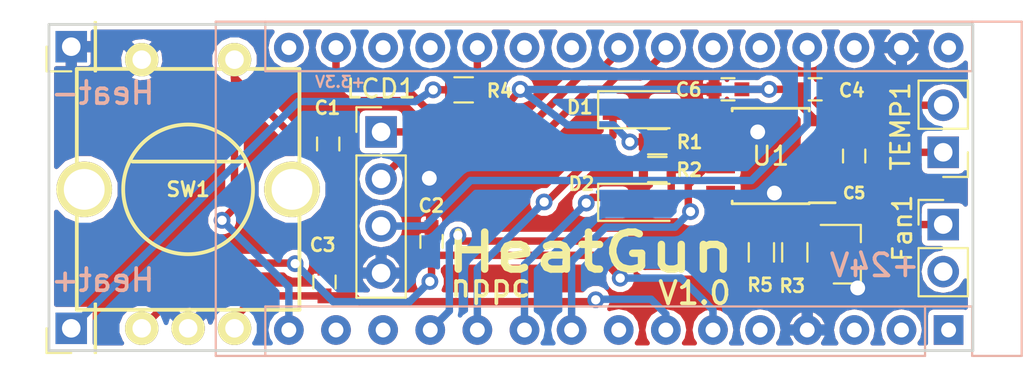
<source format=kicad_pcb>
(kicad_pcb (version 4) (host pcbnew 4.0.7)

  (general
    (links 44)
    (no_connects 0)
    (area 123.224999 118.424999 173.175001 136.175001)
    (thickness 1.6)
    (drawings 11)
    (tracks 162)
    (zones 0)
    (modules 22)
    (nets 21)
  )

  (page A4)
  (layers
    (0 F.Cu signal)
    (31 B.Cu signal)
    (32 B.Adhes user)
    (33 F.Adhes user)
    (34 B.Paste user)
    (35 F.Paste user)
    (36 B.SilkS user)
    (37 F.SilkS user)
    (38 B.Mask user)
    (39 F.Mask user)
    (40 Dwgs.User user)
    (41 Cmts.User user)
    (42 Eco1.User user)
    (43 Eco2.User user)
    (44 Edge.Cuts user)
    (45 Margin user)
    (46 B.CrtYd user)
    (47 F.CrtYd user)
    (48 B.Fab user)
    (49 F.Fab user)
  )

  (setup
    (last_trace_width 0.4)
    (user_trace_width 0.4)
    (user_trace_width 1.5)
    (user_trace_width 2)
    (trace_clearance 0.3)
    (zone_clearance 0.2)
    (zone_45_only yes)
    (trace_min 0.2)
    (segment_width 0.2)
    (edge_width 0.15)
    (via_size 0.9)
    (via_drill 0.5)
    (via_min_size 0.4)
    (via_min_drill 0.3)
    (user_via 1 0.5)
    (user_via 2.2 1)
    (uvia_size 0.3)
    (uvia_drill 0.1)
    (uvias_allowed no)
    (uvia_min_size 0.2)
    (uvia_min_drill 0.1)
    (pcb_text_width 0.3)
    (pcb_text_size 1.5 1.5)
    (mod_edge_width 0.15)
    (mod_text_size 1 1)
    (mod_text_width 0.15)
    (pad_size 1.524 1.524)
    (pad_drill 0.762)
    (pad_to_mask_clearance 0.1)
    (aux_axis_origin 0 0)
    (visible_elements 7FFFFF7F)
    (pcbplotparams
      (layerselection 0x00000_80000001)
      (usegerberextensions false)
      (excludeedgelayer false)
      (linewidth 0.100000)
      (plotframeref false)
      (viasonmask true)
      (mode 1)
      (useauxorigin false)
      (hpglpennumber 1)
      (hpglpenspeed 20)
      (hpglpendiameter 15)
      (hpglpenoverlay 2)
      (psnegative false)
      (psa4output false)
      (plotreference false)
      (plotvalue false)
      (plotinvisibletext false)
      (padsonsilk false)
      (subtractmaskfromsilk false)
      (outputformat 4)
      (mirror false)
      (drillshape 2)
      (scaleselection 1)
      (outputdirectory ""))
  )

  (net 0 "")
  (net 1 GND)
  (net 2 "Net-(J4-Pad23)")
  (net 3 "Net-(J4-Pad24)")
  (net 4 VCC)
  (net 5 "Net-(Q2-Pad1)")
  (net 6 "Net-(C2-Pad1)")
  (net 7 "Net-(C3-Pad1)")
  (net 8 "Net-(C1-Pad1)")
  (net 9 +3V3)
  (net 10 "Net-(C5-Pad2)")
  (net 11 "Net-(C5-Pad1)")
  (net 12 "Net-(D1-Pad2)")
  (net 13 /T_SCK)
  (net 14 "Net-(D2-Pad2)")
  (net 15 /T_CS)
  (net 16 "Net-(Fan1-Pad1)")
  (net 17 /Heater)
  (net 18 /Fan)
  (net 19 /T_SO)
  (net 20 "Net-(Heater_pos1-Pad1)")

  (net_class Default "This is the default net class."
    (clearance 0.3)
    (trace_width 0.4)
    (via_dia 0.9)
    (via_drill 0.5)
    (uvia_dia 0.3)
    (uvia_drill 0.1)
    (add_net +3V3)
    (add_net /Fan)
    (add_net /Heater)
    (add_net /T_CS)
    (add_net /T_SCK)
    (add_net /T_SO)
    (add_net "Net-(C1-Pad1)")
    (add_net "Net-(C2-Pad1)")
    (add_net "Net-(C3-Pad1)")
    (add_net "Net-(C5-Pad1)")
    (add_net "Net-(C5-Pad2)")
    (add_net "Net-(D1-Pad2)")
    (add_net "Net-(D2-Pad2)")
    (add_net "Net-(Fan1-Pad1)")
    (add_net "Net-(Heater_pos1-Pad1)")
    (add_net "Net-(J4-Pad23)")
    (add_net "Net-(J4-Pad24)")
    (add_net "Net-(Q2-Pad1)")
    (add_net VCC)
  )

  (net_class 12V ""
    (clearance 0.3)
    (trace_width 1.8)
    (via_dia 1.5)
    (via_drill 0.8)
    (uvia_dia 0.3)
    (uvia_drill 0.1)
    (add_net GND)
  )

  (net_class Thin ""
    (clearance 0.26)
    (trace_width 0.3)
    (via_dia 0.7)
    (via_drill 0.4)
    (uvia_dia 0.3)
    (uvia_drill 0.1)
  )

  (module Modules:Arduino_Nano (layer B.Cu) (tedit 5A5CAAB2) (tstamp 5A20037C)
    (at 171.79 134.99 90)
    (descr "Arduino Nano, http://www.mouser.com/pdfdocs/Gravitech_Arduino_Nano3_0.pdf")
    (tags "Arduino Nano")
    (path /5A1FFBDE)
    (fp_text reference J4 (at 7.62 5.08 90) (layer B.SilkS) hide
      (effects (font (size 1 1) (thickness 0.15)) (justify mirror))
    )
    (fp_text value Arduino_Nano_Header (at 8.89 -19.05 180) (layer B.Fab) hide
      (effects (font (size 1 1) (thickness 0.15)) (justify mirror))
    )
    (fp_text user %R (at 6.35 -19.05 180) (layer B.Fab) hide
      (effects (font (size 1 1) (thickness 0.15)) (justify mirror))
    )
    (fp_line (start 1.27 -1.27) (end 1.27 1.27) (layer B.SilkS) (width 0.12))
    (fp_line (start 1.27 1.27) (end -1.4 1.27) (layer B.SilkS) (width 0.12))
    (fp_line (start -1.4 -1.27) (end -1.4 -39.5) (layer B.SilkS) (width 0.12))
    (fp_line (start -1.4 3.94) (end -1.4 1.27) (layer B.SilkS) (width 0.12))
    (fp_line (start 13.97 1.27) (end 16.64 1.27) (layer B.SilkS) (width 0.12))
    (fp_line (start 13.97 1.27) (end 13.97 -36.83) (layer B.SilkS) (width 0.12))
    (fp_line (start 13.97 -36.83) (end 16.64 -36.83) (layer B.SilkS) (width 0.12))
    (fp_line (start 1.27 -1.27) (end -1.4 -1.27) (layer B.SilkS) (width 0.12))
    (fp_line (start 1.27 -1.27) (end 1.27 -36.83) (layer B.SilkS) (width 0.12))
    (fp_line (start 1.27 -36.83) (end -1.4 -36.83) (layer B.SilkS) (width 0.12))
    (fp_line (start 3.81 -31.75) (end 11.43 -31.75) (layer B.Fab) (width 0.1))
    (fp_line (start 11.43 -31.75) (end 11.43 -41.91) (layer B.Fab) (width 0.1))
    (fp_line (start 11.43 -41.91) (end 3.81 -41.91) (layer B.Fab) (width 0.1))
    (fp_line (start 3.81 -41.91) (end 3.81 -31.75) (layer B.Fab) (width 0.1))
    (fp_line (start -1.4 -39.5) (end 16.64 -39.5) (layer B.SilkS) (width 0.12))
    (fp_line (start 16.64 -39.5) (end 16.64 3.94) (layer B.SilkS) (width 0.12))
    (fp_line (start 16.64 3.94) (end -1.4 3.94) (layer B.SilkS) (width 0.12))
    (fp_line (start 16.51 -39.37) (end -1.27 -39.37) (layer B.Fab) (width 0.1))
    (fp_line (start -1.27 -39.37) (end -1.27 2.54) (layer B.Fab) (width 0.1))
    (fp_line (start -1.27 2.54) (end 0 3.81) (layer B.Fab) (width 0.1))
    (fp_line (start 0 3.81) (end 16.51 3.81) (layer B.Fab) (width 0.1))
    (fp_line (start 16.51 3.81) (end 16.51 -39.37) (layer B.Fab) (width 0.1))
    (fp_line (start -1.53 4.06) (end 16.75 4.06) (layer B.CrtYd) (width 0.05))
    (fp_line (start -1.53 4.06) (end -1.53 -42.16) (layer B.CrtYd) (width 0.05))
    (fp_line (start 16.75 -42.16) (end 16.75 4.06) (layer B.CrtYd) (width 0.05))
    (fp_line (start 16.75 -42.16) (end -1.53 -42.16) (layer B.CrtYd) (width 0.05))
    (pad 1 thru_hole rect (at 0 0 90) (size 1.6 1.6) (drill 0.8) (layers *.Cu *.Mask))
    (pad 17 thru_hole oval (at 15.24 -33.02 90) (size 1.6 1.6) (drill 0.8) (layers *.Cu *.Mask)
      (net 9 +3V3))
    (pad 2 thru_hole oval (at 0 -2.54 90) (size 1.6 1.6) (drill 0.8) (layers *.Cu *.Mask))
    (pad 18 thru_hole oval (at 15.24 -30.48 90) (size 1.6 1.6) (drill 0.8) (layers *.Cu *.Mask))
    (pad 3 thru_hole oval (at 0 -5.08 90) (size 1.6 1.6) (drill 0.8) (layers *.Cu *.Mask))
    (pad 19 thru_hole oval (at 15.24 -27.94 90) (size 1.6 1.6) (drill 0.8) (layers *.Cu *.Mask))
    (pad 4 thru_hole oval (at 0 -7.62 90) (size 1.6 1.6) (drill 0.8) (layers *.Cu *.Mask)
      (net 1 GND))
    (pad 20 thru_hole oval (at 15.24 -25.4 90) (size 1.6 1.6) (drill 0.8) (layers *.Cu *.Mask)
      (net 17 /Heater))
    (pad 5 thru_hole oval (at 0 -10.16 90) (size 1.6 1.6) (drill 0.8) (layers *.Cu *.Mask))
    (pad 21 thru_hole oval (at 15.24 -22.86 90) (size 1.6 1.6) (drill 0.8) (layers *.Cu *.Mask))
    (pad 6 thru_hole oval (at 0 -12.7 90) (size 1.6 1.6) (drill 0.8) (layers *.Cu *.Mask)
      (net 6 "Net-(C2-Pad1)"))
    (pad 22 thru_hole oval (at 15.24 -20.32 90) (size 1.6 1.6) (drill 0.8) (layers *.Cu *.Mask))
    (pad 7 thru_hole oval (at 0 -15.24 90) (size 1.6 1.6) (drill 0.8) (layers *.Cu *.Mask)
      (net 7 "Net-(C3-Pad1)"))
    (pad 23 thru_hole oval (at 15.24 -17.78 90) (size 1.6 1.6) (drill 0.8) (layers *.Cu *.Mask)
      (net 2 "Net-(J4-Pad23)"))
    (pad 8 thru_hole oval (at 0 -17.78 90) (size 1.6 1.6) (drill 0.8) (layers *.Cu *.Mask))
    (pad 24 thru_hole oval (at 15.24 -15.24 90) (size 1.6 1.6) (drill 0.8) (layers *.Cu *.Mask)
      (net 3 "Net-(J4-Pad24)"))
    (pad 9 thru_hole oval (at 0 -20.32 90) (size 1.6 1.6) (drill 0.8) (layers *.Cu *.Mask)
      (net 19 /T_SO))
    (pad 25 thru_hole oval (at 15.24 -12.7 90) (size 1.6 1.6) (drill 0.8) (layers *.Cu *.Mask))
    (pad 10 thru_hole oval (at 0 -22.86 90) (size 1.6 1.6) (drill 0.8) (layers *.Cu *.Mask)
      (net 15 /T_CS))
    (pad 26 thru_hole oval (at 15.24 -10.16 90) (size 1.6 1.6) (drill 0.8) (layers *.Cu *.Mask))
    (pad 11 thru_hole oval (at 0 -25.4 90) (size 1.6 1.6) (drill 0.8) (layers *.Cu *.Mask)
      (net 13 /T_SCK))
    (pad 27 thru_hole oval (at 15.24 -7.62 90) (size 1.6 1.6) (drill 0.8) (layers *.Cu *.Mask)
      (net 4 VCC))
    (pad 12 thru_hole oval (at 0 -27.94 90) (size 1.6 1.6) (drill 0.8) (layers *.Cu *.Mask)
      (net 18 /Fan))
    (pad 28 thru_hole oval (at 15.24 -5.08 90) (size 1.6 1.6) (drill 0.8) (layers *.Cu *.Mask))
    (pad 13 thru_hole oval (at 0 -30.48 90) (size 1.6 1.6) (drill 0.8) (layers *.Cu *.Mask))
    (pad 29 thru_hole oval (at 15.24 -2.54 90) (size 1.6 1.6) (drill 0.8) (layers *.Cu *.Mask)
      (net 1 GND))
    (pad 14 thru_hole oval (at 0 -33.02 90) (size 1.6 1.6) (drill 0.8) (layers *.Cu *.Mask))
    (pad 30 thru_hole oval (at 15.24 0 90) (size 1.6 1.6) (drill 0.8) (layers *.Cu *.Mask))
    (pad 15 thru_hole oval (at 0 -35.56 90) (size 1.6 1.6) (drill 0.8) (layers *.Cu *.Mask)
      (net 8 "Net-(C1-Pad1)"))
    (pad 16 thru_hole oval (at 15.24 -35.56 90) (size 1.6 1.6) (drill 0.8) (layers *.Cu *.Mask))
  )

  (module KiCadCustomLibs:SF-ROTARY-ENCODER (layer F.Cu) (tedit 5A5CB045) (tstamp 5A5CAB82)
    (at 130.8 127.4)
    (path /5A203BA2)
    (fp_text reference SW1 (at 0 0) (layer F.SilkS)
      (effects (font (size 0.762 0.762) (thickness 0.1524)))
    )
    (fp_text value Rotary_Encoder (at 0 0) (layer F.SilkS) hide
      (effects (font (size 0.762 0.762) (thickness 0.1524)))
    )
    (fp_line (start 3 -1.5) (end -3 -1.5) (layer F.SilkS) (width 0.2032))
    (fp_circle (center 0 0) (end 3.5 0) (layer F.SilkS) (width 0.2032))
    (fp_line (start 6 6.5) (end -6 6.5) (layer F.SilkS) (width 0.2032))
    (fp_line (start -6 6.5) (end -6 -6.5) (layer F.SilkS) (width 0.2032))
    (fp_line (start -6 -6.5) (end 6 -6.5) (layer F.SilkS) (width 0.2032))
    (fp_line (start 6 -6.5) (end 6 6.5) (layer F.SilkS) (width 0.2032))
    (pad 4 thru_hole circle (at -2.5 -7) (size 1.8 1.8) (drill 1) (layers *.Cu *.Mask F.SilkS)
      (net 1 GND))
    (pad 1 thru_hole circle (at -2.5 7.5) (size 1.8 1.8) (drill 1) (layers *.Cu *.Mask F.SilkS)
      (net 6 "Net-(C2-Pad1)"))
    (pad 2 thru_hole circle (at 0 7.5) (size 1.8 1.8) (drill 1) (layers *.Cu *.Mask F.SilkS)
      (net 1 GND))
    (pad 3 thru_hole circle (at 2.5 7.5) (size 1.8 1.8) (drill 1) (layers *.Cu *.Mask F.SilkS)
      (net 7 "Net-(C3-Pad1)"))
    (pad 5 thru_hole circle (at 2.5 -7) (size 1.8 1.8) (drill 1) (layers *.Cu *.Mask F.SilkS)
      (net 8 "Net-(C1-Pad1)"))
    (pad "" thru_hole circle (at 5.6 0) (size 3 3) (drill 2.2) (layers *.Cu *.Mask F.SilkS))
    (pad "" thru_hole circle (at -5.6 0) (size 3 3) (drill 2.2) (layers *.Cu *.Mask F.SilkS))
    (model AB2_ROT_ENC_W_SW.wrl
      (at (xyz 0 0 0))
      (scale (xyz 0.015 0.015 0.015))
      (rotate (xyz 0 0 180))
    )
  )

  (module TO_SOT_Packages_SMD:SOT-23 (layer F.Cu) (tedit 5A5CABAC) (tstamp 5A2003CD)
    (at 166.3 130.9)
    (descr "SOT-23, Standard")
    (tags SOT-23)
    (path /59B2A260)
    (attr smd)
    (fp_text reference Q2 (at -0.2 0) (layer F.SilkS) hide
      (effects (font (size 0.7 0.7) (thickness 0.15)))
    )
    (fp_text value SI2308 (at 0 2.5) (layer F.Fab) hide
      (effects (font (size 1 1) (thickness 0.15)))
    )
    (fp_text user %R (at 0 0 90) (layer F.Fab)
      (effects (font (size 0.5 0.5) (thickness 0.075)))
    )
    (fp_line (start -0.7 -0.95) (end -0.7 1.5) (layer F.Fab) (width 0.1))
    (fp_line (start -0.15 -1.52) (end 0.7 -1.52) (layer F.Fab) (width 0.1))
    (fp_line (start -0.7 -0.95) (end -0.15 -1.52) (layer F.Fab) (width 0.1))
    (fp_line (start 0.7 -1.52) (end 0.7 1.52) (layer F.Fab) (width 0.1))
    (fp_line (start -0.7 1.52) (end 0.7 1.52) (layer F.Fab) (width 0.1))
    (fp_line (start 0.76 1.58) (end 0.76 0.65) (layer F.SilkS) (width 0.12))
    (fp_line (start 0.76 -1.58) (end 0.76 -0.65) (layer F.SilkS) (width 0.12))
    (fp_line (start -1.7 -1.75) (end 1.7 -1.75) (layer F.CrtYd) (width 0.05))
    (fp_line (start 1.7 -1.75) (end 1.7 1.75) (layer F.CrtYd) (width 0.05))
    (fp_line (start 1.7 1.75) (end -1.7 1.75) (layer F.CrtYd) (width 0.05))
    (fp_line (start -1.7 1.75) (end -1.7 -1.75) (layer F.CrtYd) (width 0.05))
    (fp_line (start 0.76 -1.58) (end -1.4 -1.58) (layer F.SilkS) (width 0.12))
    (fp_line (start 0.76 1.58) (end -0.7 1.58) (layer F.SilkS) (width 0.12))
    (pad 1 smd rect (at -1 -0.95) (size 0.9 0.8) (layers F.Cu F.Paste F.Mask)
      (net 5 "Net-(Q2-Pad1)"))
    (pad 2 smd rect (at -1 0.95) (size 0.9 0.8) (layers F.Cu F.Paste F.Mask)
      (net 1 GND))
    (pad 3 smd rect (at 1 0) (size 0.9 0.8) (layers F.Cu F.Paste F.Mask)
      (net 16 "Net-(Fan1-Pad1)"))
    (model ${KISYS3DMOD}/TO_SOT_Packages_SMD.3dshapes/SOT-23.wrl
      (at (xyz 0 0 0))
      (scale (xyz 1 1 1))
      (rotate (xyz 0 0 0))
    )
  )

  (module Resistors_SMD:R_0603 (layer F.Cu) (tedit 5A5CBF4A) (tstamp 5A2003DE)
    (at 156.09 124.83 180)
    (descr "Resistor SMD 0603, reflow soldering, Vishay (see dcrcw.pdf)")
    (tags "resistor 0603")
    (path /5A5CD116)
    (attr smd)
    (fp_text reference R1 (at -1.74 -0.02 180) (layer F.SilkS)
      (effects (font (size 0.7 0.7) (thickness 0.15)))
    )
    (fp_text value 10K (at 0 1.5 180) (layer F.Fab) hide
      (effects (font (size 1 1) (thickness 0.15)))
    )
    (fp_text user %R (at 0 0 180) (layer F.Fab)
      (effects (font (size 0.4 0.4) (thickness 0.075)))
    )
    (fp_line (start -0.8 0.4) (end -0.8 -0.4) (layer F.Fab) (width 0.1))
    (fp_line (start 0.8 0.4) (end -0.8 0.4) (layer F.Fab) (width 0.1))
    (fp_line (start 0.8 -0.4) (end 0.8 0.4) (layer F.Fab) (width 0.1))
    (fp_line (start -0.8 -0.4) (end 0.8 -0.4) (layer F.Fab) (width 0.1))
    (fp_line (start 0.5 0.68) (end -0.5 0.68) (layer F.SilkS) (width 0.12))
    (fp_line (start -0.5 -0.68) (end 0.5 -0.68) (layer F.SilkS) (width 0.12))
    (fp_line (start -1.25 -0.7) (end 1.25 -0.7) (layer F.CrtYd) (width 0.05))
    (fp_line (start -1.25 -0.7) (end -1.25 0.7) (layer F.CrtYd) (width 0.05))
    (fp_line (start 1.25 0.7) (end 1.25 -0.7) (layer F.CrtYd) (width 0.05))
    (fp_line (start 1.25 0.7) (end -1.25 0.7) (layer F.CrtYd) (width 0.05))
    (pad 1 smd rect (at -0.75 0 180) (size 0.5 0.9) (layers F.Cu F.Paste F.Mask)
      (net 12 "Net-(D1-Pad2)"))
    (pad 2 smd rect (at 0.75 0 180) (size 0.5 0.9) (layers F.Cu F.Paste F.Mask)
      (net 9 +3V3))
    (model ${KISYS3DMOD}/Resistors_SMD.3dshapes/R_0603.wrl
      (at (xyz 0 0 0))
      (scale (xyz 1 1 1))
      (rotate (xyz 0 0 0))
    )
  )

  (module Resistors_SMD:R_0603 (layer F.Cu) (tedit 5A5CBF50) (tstamp 5A2003EF)
    (at 156.09 126.33)
    (descr "Resistor SMD 0603, reflow soldering, Vishay (see dcrcw.pdf)")
    (tags "resistor 0603")
    (path /5A5CD3DA)
    (attr smd)
    (fp_text reference R2 (at 1.72 0.02) (layer F.SilkS)
      (effects (font (size 0.7 0.7) (thickness 0.15)))
    )
    (fp_text value 10K (at 0 1.5) (layer F.Fab) hide
      (effects (font (size 1 1) (thickness 0.15)))
    )
    (fp_text user %R (at 0 0) (layer F.Fab)
      (effects (font (size 0.4 0.4) (thickness 0.075)))
    )
    (fp_line (start -0.8 0.4) (end -0.8 -0.4) (layer F.Fab) (width 0.1))
    (fp_line (start 0.8 0.4) (end -0.8 0.4) (layer F.Fab) (width 0.1))
    (fp_line (start 0.8 -0.4) (end 0.8 0.4) (layer F.Fab) (width 0.1))
    (fp_line (start -0.8 -0.4) (end 0.8 -0.4) (layer F.Fab) (width 0.1))
    (fp_line (start 0.5 0.68) (end -0.5 0.68) (layer F.SilkS) (width 0.12))
    (fp_line (start -0.5 -0.68) (end 0.5 -0.68) (layer F.SilkS) (width 0.12))
    (fp_line (start -1.25 -0.7) (end 1.25 -0.7) (layer F.CrtYd) (width 0.05))
    (fp_line (start -1.25 -0.7) (end -1.25 0.7) (layer F.CrtYd) (width 0.05))
    (fp_line (start 1.25 0.7) (end 1.25 -0.7) (layer F.CrtYd) (width 0.05))
    (fp_line (start 1.25 0.7) (end -1.25 0.7) (layer F.CrtYd) (width 0.05))
    (pad 1 smd rect (at -0.75 0) (size 0.5 0.9) (layers F.Cu F.Paste F.Mask)
      (net 9 +3V3))
    (pad 2 smd rect (at 0.75 0) (size 0.5 0.9) (layers F.Cu F.Paste F.Mask)
      (net 14 "Net-(D2-Pad2)"))
    (model ${KISYS3DMOD}/Resistors_SMD.3dshapes/R_0603.wrl
      (at (xyz 0 0 0))
      (scale (xyz 1 1 1))
      (rotate (xyz 0 0 0))
    )
  )

  (module Resistors_SMD:R_0603 (layer F.Cu) (tedit 5A215574) (tstamp 5A200400)
    (at 163.5 130.8 270)
    (descr "Resistor SMD 0603, reflow soldering, Vishay (see dcrcw.pdf)")
    (tags "resistor 0603")
    (path /5A1FE630)
    (attr smd)
    (fp_text reference R3 (at 1.81 0.14 360) (layer F.SilkS)
      (effects (font (size 0.7 0.7) (thickness 0.15)))
    )
    (fp_text value 10K (at 0 1.5 270) (layer F.Fab) hide
      (effects (font (size 1 1) (thickness 0.15)))
    )
    (fp_text user %R (at 0 0 270) (layer F.Fab)
      (effects (font (size 0.4 0.4) (thickness 0.075)))
    )
    (fp_line (start -0.8 0.4) (end -0.8 -0.4) (layer F.Fab) (width 0.1))
    (fp_line (start 0.8 0.4) (end -0.8 0.4) (layer F.Fab) (width 0.1))
    (fp_line (start 0.8 -0.4) (end 0.8 0.4) (layer F.Fab) (width 0.1))
    (fp_line (start -0.8 -0.4) (end 0.8 -0.4) (layer F.Fab) (width 0.1))
    (fp_line (start 0.5 0.68) (end -0.5 0.68) (layer F.SilkS) (width 0.12))
    (fp_line (start -0.5 -0.68) (end 0.5 -0.68) (layer F.SilkS) (width 0.12))
    (fp_line (start -1.25 -0.7) (end 1.25 -0.7) (layer F.CrtYd) (width 0.05))
    (fp_line (start -1.25 -0.7) (end -1.25 0.7) (layer F.CrtYd) (width 0.05))
    (fp_line (start 1.25 0.7) (end 1.25 -0.7) (layer F.CrtYd) (width 0.05))
    (fp_line (start 1.25 0.7) (end -1.25 0.7) (layer F.CrtYd) (width 0.05))
    (pad 1 smd rect (at -0.75 0 270) (size 0.5 0.9) (layers F.Cu F.Paste F.Mask)
      (net 5 "Net-(Q2-Pad1)"))
    (pad 2 smd rect (at 0.75 0 270) (size 0.5 0.9) (layers F.Cu F.Paste F.Mask)
      (net 1 GND))
    (model ${KISYS3DMOD}/Resistors_SMD.3dshapes/R_0603.wrl
      (at (xyz 0 0 0))
      (scale (xyz 1 1 1))
      (rotate (xyz 0 0 0))
    )
  )

  (module Resistors_SMD:R_0603 (layer F.Cu) (tedit 5A5CBBAE) (tstamp 5A200411)
    (at 145.65 122.03 180)
    (descr "Resistor SMD 0603, reflow soldering, Vishay (see dcrcw.pdf)")
    (tags "resistor 0603")
    (path /5A5D1294)
    (attr smd)
    (fp_text reference R4 (at -1.94 -0.05 360) (layer F.SilkS)
      (effects (font (size 0.7 0.7) (thickness 0.15)))
    )
    (fp_text value 680 (at 0 1.5 180) (layer F.Fab) hide
      (effects (font (size 1 1) (thickness 0.15)))
    )
    (fp_text user %R (at 0 0 180) (layer F.Fab)
      (effects (font (size 0.4 0.4) (thickness 0.075)))
    )
    (fp_line (start -0.8 0.4) (end -0.8 -0.4) (layer F.Fab) (width 0.1))
    (fp_line (start 0.8 0.4) (end -0.8 0.4) (layer F.Fab) (width 0.1))
    (fp_line (start 0.8 -0.4) (end 0.8 0.4) (layer F.Fab) (width 0.1))
    (fp_line (start -0.8 -0.4) (end 0.8 -0.4) (layer F.Fab) (width 0.1))
    (fp_line (start 0.5 0.68) (end -0.5 0.68) (layer F.SilkS) (width 0.12))
    (fp_line (start -0.5 -0.68) (end 0.5 -0.68) (layer F.SilkS) (width 0.12))
    (fp_line (start -1.25 -0.7) (end 1.25 -0.7) (layer F.CrtYd) (width 0.05))
    (fp_line (start -1.25 -0.7) (end -1.25 0.7) (layer F.CrtYd) (width 0.05))
    (fp_line (start 1.25 0.7) (end 1.25 -0.7) (layer F.CrtYd) (width 0.05))
    (fp_line (start 1.25 0.7) (end -1.25 0.7) (layer F.CrtYd) (width 0.05))
    (pad 1 smd rect (at -0.75 0 180) (size 0.5 0.9) (layers F.Cu F.Paste F.Mask)
      (net 17 /Heater))
    (pad 2 smd rect (at 0.75 0 180) (size 0.5 0.9) (layers F.Cu F.Paste F.Mask)
      (net 20 "Net-(Heater_pos1-Pad1)"))
    (model ${KISYS3DMOD}/Resistors_SMD.3dshapes/R_0603.wrl
      (at (xyz 0 0 0))
      (scale (xyz 1 1 1))
      (rotate (xyz 0 0 0))
    )
  )

  (module Resistors_SMD:R_0603 (layer F.Cu) (tedit 5A21556F) (tstamp 5A200422)
    (at 161.7 130.8 90)
    (descr "Resistor SMD 0603, reflow soldering, Vishay (see dcrcw.pdf)")
    (tags "resistor 0603")
    (path /5A1FE79F)
    (attr smd)
    (fp_text reference R5 (at -1.76 -0.07 180) (layer F.SilkS)
      (effects (font (size 0.7 0.7) (thickness 0.15)))
    )
    (fp_text value 100 (at 0 1.5 90) (layer F.Fab) hide
      (effects (font (size 1 1) (thickness 0.15)))
    )
    (fp_text user %R (at 0 0 90) (layer F.Fab)
      (effects (font (size 0.4 0.4) (thickness 0.075)))
    )
    (fp_line (start -0.8 0.4) (end -0.8 -0.4) (layer F.Fab) (width 0.1))
    (fp_line (start 0.8 0.4) (end -0.8 0.4) (layer F.Fab) (width 0.1))
    (fp_line (start 0.8 -0.4) (end 0.8 0.4) (layer F.Fab) (width 0.1))
    (fp_line (start -0.8 -0.4) (end 0.8 -0.4) (layer F.Fab) (width 0.1))
    (fp_line (start 0.5 0.68) (end -0.5 0.68) (layer F.SilkS) (width 0.12))
    (fp_line (start -0.5 -0.68) (end 0.5 -0.68) (layer F.SilkS) (width 0.12))
    (fp_line (start -1.25 -0.7) (end 1.25 -0.7) (layer F.CrtYd) (width 0.05))
    (fp_line (start -1.25 -0.7) (end -1.25 0.7) (layer F.CrtYd) (width 0.05))
    (fp_line (start 1.25 0.7) (end 1.25 -0.7) (layer F.CrtYd) (width 0.05))
    (fp_line (start 1.25 0.7) (end -1.25 0.7) (layer F.CrtYd) (width 0.05))
    (pad 1 smd rect (at -0.75 0 90) (size 0.5 0.9) (layers F.Cu F.Paste F.Mask)
      (net 18 /Fan))
    (pad 2 smd rect (at 0.75 0 90) (size 0.5 0.9) (layers F.Cu F.Paste F.Mask)
      (net 5 "Net-(Q2-Pad1)"))
    (model ${KISYS3DMOD}/Resistors_SMD.3dshapes/R_0603.wrl
      (at (xyz 0 0 0))
      (scale (xyz 1 1 1))
      (rotate (xyz 0 0 0))
    )
  )

  (module Capacitors_SMD:C_0603 (layer F.Cu) (tedit 5A215341) (tstamp 5A2120BE)
    (at 138.35 124.95 90)
    (descr "Capacitor SMD 0603, reflow soldering, AVX (see smccp.pdf)")
    (tags "capacitor 0603")
    (path /5A2120D3)
    (attr smd)
    (fp_text reference C1 (at 1.95 -0.04 180) (layer F.SilkS)
      (effects (font (size 0.7 0.7) (thickness 0.15)))
    )
    (fp_text value 10n (at 0 1.5 90) (layer F.Fab) hide
      (effects (font (size 1 1) (thickness 0.15)))
    )
    (fp_line (start 1.4 0.65) (end -1.4 0.65) (layer F.CrtYd) (width 0.05))
    (fp_line (start 1.4 0.65) (end 1.4 -0.65) (layer F.CrtYd) (width 0.05))
    (fp_line (start -1.4 -0.65) (end -1.4 0.65) (layer F.CrtYd) (width 0.05))
    (fp_line (start -1.4 -0.65) (end 1.4 -0.65) (layer F.CrtYd) (width 0.05))
    (fp_line (start 0.35 0.6) (end -0.35 0.6) (layer F.SilkS) (width 0.12))
    (fp_line (start -0.35 -0.6) (end 0.35 -0.6) (layer F.SilkS) (width 0.12))
    (fp_line (start -0.8 -0.4) (end 0.8 -0.4) (layer F.Fab) (width 0.1))
    (fp_line (start 0.8 -0.4) (end 0.8 0.4) (layer F.Fab) (width 0.1))
    (fp_line (start 0.8 0.4) (end -0.8 0.4) (layer F.Fab) (width 0.1))
    (fp_line (start -0.8 0.4) (end -0.8 -0.4) (layer F.Fab) (width 0.1))
    (fp_text user %R (at 0 0 90) (layer F.Fab)
      (effects (font (size 0.3 0.3) (thickness 0.075)))
    )
    (pad 2 smd rect (at 0.75 0 90) (size 0.8 0.75) (layers F.Cu F.Paste F.Mask)
      (net 1 GND))
    (pad 1 smd rect (at -0.75 0 90) (size 0.8 0.75) (layers F.Cu F.Paste F.Mask)
      (net 8 "Net-(C1-Pad1)"))
    (model Capacitors_SMD.3dshapes/C_0603.wrl
      (at (xyz 0 0 0))
      (scale (xyz 1 1 1))
      (rotate (xyz 0 0 0))
    )
  )

  (module Capacitors_SMD:C_0603 (layer F.Cu) (tedit 5A5CBB42) (tstamp 5A2120CF)
    (at 143.92 130.21 90)
    (descr "Capacitor SMD 0603, reflow soldering, AVX (see smccp.pdf)")
    (tags "capacitor 0603")
    (path /5A21222B)
    (attr smd)
    (fp_text reference C2 (at 1.93 -0.01 180) (layer F.SilkS)
      (effects (font (size 0.7 0.7) (thickness 0.15)))
    )
    (fp_text value 10n (at 0 1.5 90) (layer F.Fab) hide
      (effects (font (size 1 1) (thickness 0.15)))
    )
    (fp_line (start 1.4 0.65) (end -1.4 0.65) (layer F.CrtYd) (width 0.05))
    (fp_line (start 1.4 0.65) (end 1.4 -0.65) (layer F.CrtYd) (width 0.05))
    (fp_line (start -1.4 -0.65) (end -1.4 0.65) (layer F.CrtYd) (width 0.05))
    (fp_line (start -1.4 -0.65) (end 1.4 -0.65) (layer F.CrtYd) (width 0.05))
    (fp_line (start 0.35 0.6) (end -0.35 0.6) (layer F.SilkS) (width 0.12))
    (fp_line (start -0.35 -0.6) (end 0.35 -0.6) (layer F.SilkS) (width 0.12))
    (fp_line (start -0.8 -0.4) (end 0.8 -0.4) (layer F.Fab) (width 0.1))
    (fp_line (start 0.8 -0.4) (end 0.8 0.4) (layer F.Fab) (width 0.1))
    (fp_line (start 0.8 0.4) (end -0.8 0.4) (layer F.Fab) (width 0.1))
    (fp_line (start -0.8 0.4) (end -0.8 -0.4) (layer F.Fab) (width 0.1))
    (fp_text user %R (at 0 0 90) (layer F.Fab)
      (effects (font (size 0.3 0.3) (thickness 0.075)))
    )
    (pad 2 smd rect (at 0.75 0 90) (size 0.8 0.75) (layers F.Cu F.Paste F.Mask)
      (net 1 GND))
    (pad 1 smd rect (at -0.75 0 90) (size 0.8 0.75) (layers F.Cu F.Paste F.Mask)
      (net 6 "Net-(C2-Pad1)"))
    (model Capacitors_SMD.3dshapes/C_0603.wrl
      (at (xyz 0 0 0))
      (scale (xyz 1 1 1))
      (rotate (xyz 0 0 0))
    )
  )

  (module Capacitors_SMD:C_0603 (layer F.Cu) (tedit 5A21534A) (tstamp 5A2120E0)
    (at 138.15 132.4 90)
    (descr "Capacitor SMD 0603, reflow soldering, AVX (see smccp.pdf)")
    (tags "capacitor 0603")
    (path /5A2121CD)
    (attr smd)
    (fp_text reference C3 (at 2 -0.1 180) (layer F.SilkS)
      (effects (font (size 0.7 0.7) (thickness 0.15)))
    )
    (fp_text value 10n (at 0 1.5 90) (layer F.Fab) hide
      (effects (font (size 1 1) (thickness 0.15)))
    )
    (fp_line (start 1.4 0.65) (end -1.4 0.65) (layer F.CrtYd) (width 0.05))
    (fp_line (start 1.4 0.65) (end 1.4 -0.65) (layer F.CrtYd) (width 0.05))
    (fp_line (start -1.4 -0.65) (end -1.4 0.65) (layer F.CrtYd) (width 0.05))
    (fp_line (start -1.4 -0.65) (end 1.4 -0.65) (layer F.CrtYd) (width 0.05))
    (fp_line (start 0.35 0.6) (end -0.35 0.6) (layer F.SilkS) (width 0.12))
    (fp_line (start -0.35 -0.6) (end 0.35 -0.6) (layer F.SilkS) (width 0.12))
    (fp_line (start -0.8 -0.4) (end 0.8 -0.4) (layer F.Fab) (width 0.1))
    (fp_line (start 0.8 -0.4) (end 0.8 0.4) (layer F.Fab) (width 0.1))
    (fp_line (start 0.8 0.4) (end -0.8 0.4) (layer F.Fab) (width 0.1))
    (fp_line (start -0.8 0.4) (end -0.8 -0.4) (layer F.Fab) (width 0.1))
    (fp_text user %R (at 0 0 90) (layer F.Fab)
      (effects (font (size 0.3 0.3) (thickness 0.075)))
    )
    (pad 2 smd rect (at 0.75 0 90) (size 0.8 0.75) (layers F.Cu F.Paste F.Mask)
      (net 1 GND))
    (pad 1 smd rect (at -0.75 0 90) (size 0.8 0.75) (layers F.Cu F.Paste F.Mask)
      (net 7 "Net-(C3-Pad1)"))
    (model Capacitors_SMD.3dshapes/C_0603.wrl
      (at (xyz 0 0 0))
      (scale (xyz 1 1 1))
      (rotate (xyz 0 0 0))
    )
  )

  (module Capacitors_SMD:C_0603 (layer F.Cu) (tedit 5A5CBB6A) (tstamp 5A5CAAD6)
    (at 164.6 122)
    (descr "Capacitor SMD 0603, reflow soldering, AVX (see smccp.pdf)")
    (tags "capacitor 0603")
    (path /5A5CBAC7)
    (attr smd)
    (fp_text reference C4 (at 1.97 0.06) (layer F.SilkS)
      (effects (font (size 0.7 0.7) (thickness 0.15)))
    )
    (fp_text value 10uf (at 0 1.5) (layer F.Fab) hide
      (effects (font (size 1 1) (thickness 0.15)))
    )
    (fp_line (start 1.4 0.65) (end -1.4 0.65) (layer F.CrtYd) (width 0.05))
    (fp_line (start 1.4 0.65) (end 1.4 -0.65) (layer F.CrtYd) (width 0.05))
    (fp_line (start -1.4 -0.65) (end -1.4 0.65) (layer F.CrtYd) (width 0.05))
    (fp_line (start -1.4 -0.65) (end 1.4 -0.65) (layer F.CrtYd) (width 0.05))
    (fp_line (start 0.35 0.6) (end -0.35 0.6) (layer F.SilkS) (width 0.12))
    (fp_line (start -0.35 -0.6) (end 0.35 -0.6) (layer F.SilkS) (width 0.12))
    (fp_line (start -0.8 -0.4) (end 0.8 -0.4) (layer F.Fab) (width 0.1))
    (fp_line (start 0.8 -0.4) (end 0.8 0.4) (layer F.Fab) (width 0.1))
    (fp_line (start 0.8 0.4) (end -0.8 0.4) (layer F.Fab) (width 0.1))
    (fp_line (start -0.8 0.4) (end -0.8 -0.4) (layer F.Fab) (width 0.1))
    (fp_text user %R (at 0 0) (layer F.Fab)
      (effects (font (size 0.3 0.3) (thickness 0.075)))
    )
    (pad 2 smd rect (at 0.75 0) (size 0.8 0.75) (layers F.Cu F.Paste F.Mask)
      (net 1 GND))
    (pad 1 smd rect (at -0.75 0) (size 0.8 0.75) (layers F.Cu F.Paste F.Mask)
      (net 9 +3V3))
    (model Capacitors_SMD.3dshapes/C_0603.wrl
      (at (xyz 0 0 0))
      (scale (xyz 1 1 1))
      (rotate (xyz 0 0 0))
    )
  )

  (module Capacitors_SMD:C_0603 (layer F.Cu) (tedit 5A5CAE9E) (tstamp 5A5CAAE7)
    (at 166.7 125.6 270)
    (descr "Capacitor SMD 0603, reflow soldering, AVX (see smccp.pdf)")
    (tags "capacitor 0603")
    (path /5A5CB2BA)
    (attr smd)
    (fp_text reference C5 (at 2 0 360) (layer F.SilkS)
      (effects (font (size 0.6 0.6) (thickness 0.15)))
    )
    (fp_text value 10n (at 0 1.5 270) (layer F.Fab) hide
      (effects (font (size 1 1) (thickness 0.15)))
    )
    (fp_line (start 1.4 0.65) (end -1.4 0.65) (layer F.CrtYd) (width 0.05))
    (fp_line (start 1.4 0.65) (end 1.4 -0.65) (layer F.CrtYd) (width 0.05))
    (fp_line (start -1.4 -0.65) (end -1.4 0.65) (layer F.CrtYd) (width 0.05))
    (fp_line (start -1.4 -0.65) (end 1.4 -0.65) (layer F.CrtYd) (width 0.05))
    (fp_line (start 0.35 0.6) (end -0.35 0.6) (layer F.SilkS) (width 0.12))
    (fp_line (start -0.35 -0.6) (end 0.35 -0.6) (layer F.SilkS) (width 0.12))
    (fp_line (start -0.8 -0.4) (end 0.8 -0.4) (layer F.Fab) (width 0.1))
    (fp_line (start 0.8 -0.4) (end 0.8 0.4) (layer F.Fab) (width 0.1))
    (fp_line (start 0.8 0.4) (end -0.8 0.4) (layer F.Fab) (width 0.1))
    (fp_line (start -0.8 0.4) (end -0.8 -0.4) (layer F.Fab) (width 0.1))
    (fp_text user %R (at 0 0 270) (layer F.Fab)
      (effects (font (size 0.3 0.3) (thickness 0.075)))
    )
    (pad 2 smd rect (at 0.75 0 270) (size 0.8 0.75) (layers F.Cu F.Paste F.Mask)
      (net 10 "Net-(C5-Pad2)"))
    (pad 1 smd rect (at -0.75 0 270) (size 0.8 0.75) (layers F.Cu F.Paste F.Mask)
      (net 11 "Net-(C5-Pad1)"))
    (model Capacitors_SMD.3dshapes/C_0603.wrl
      (at (xyz 0 0 0))
      (scale (xyz 1 1 1))
      (rotate (xyz 0 0 0))
    )
  )

  (module Capacitors_SMD:C_0603 (layer F.Cu) (tedit 5A5CBB59) (tstamp 5A5CAAF8)
    (at 159.9 122 180)
    (descr "Capacitor SMD 0603, reflow soldering, AVX (see smccp.pdf)")
    (tags "capacitor 0603")
    (path /5A5CB920)
    (attr smd)
    (fp_text reference C6 (at 2.12 -0.02 180) (layer F.SilkS)
      (effects (font (size 0.7 0.7) (thickness 0.15)))
    )
    (fp_text value 100n (at 0 1.5 180) (layer F.Fab) hide
      (effects (font (size 1 1) (thickness 0.15)))
    )
    (fp_line (start 1.4 0.65) (end -1.4 0.65) (layer F.CrtYd) (width 0.05))
    (fp_line (start 1.4 0.65) (end 1.4 -0.65) (layer F.CrtYd) (width 0.05))
    (fp_line (start -1.4 -0.65) (end -1.4 0.65) (layer F.CrtYd) (width 0.05))
    (fp_line (start -1.4 -0.65) (end 1.4 -0.65) (layer F.CrtYd) (width 0.05))
    (fp_line (start 0.35 0.6) (end -0.35 0.6) (layer F.SilkS) (width 0.12))
    (fp_line (start -0.35 -0.6) (end 0.35 -0.6) (layer F.SilkS) (width 0.12))
    (fp_line (start -0.8 -0.4) (end 0.8 -0.4) (layer F.Fab) (width 0.1))
    (fp_line (start 0.8 -0.4) (end 0.8 0.4) (layer F.Fab) (width 0.1))
    (fp_line (start 0.8 0.4) (end -0.8 0.4) (layer F.Fab) (width 0.1))
    (fp_line (start -0.8 0.4) (end -0.8 -0.4) (layer F.Fab) (width 0.1))
    (fp_text user %R (at 0 0 180) (layer F.Fab)
      (effects (font (size 0.3 0.3) (thickness 0.075)))
    )
    (pad 2 smd rect (at 0.75 0 180) (size 0.8 0.75) (layers F.Cu F.Paste F.Mask)
      (net 1 GND))
    (pad 1 smd rect (at -0.75 0 180) (size 0.8 0.75) (layers F.Cu F.Paste F.Mask)
      (net 9 +3V3))
    (model Capacitors_SMD.3dshapes/C_0603.wrl
      (at (xyz 0 0 0))
      (scale (xyz 1 1 1))
      (rotate (xyz 0 0 0))
    )
  )

  (module Pin_Headers:Pin_Header_Straight_1x02_Pitch2.54mm (layer F.Cu) (tedit 5A79739A) (tstamp 5A5CAB3D)
    (at 171.5 129.3)
    (descr "Through hole straight pin header, 1x02, 2.54mm pitch, single row")
    (tags "Through hole pin header THT 1x02 2.54mm single row")
    (path /59B297ED)
    (fp_text reference Fan1 (at -2.2 0.2 90) (layer F.SilkS)
      (effects (font (size 1 1) (thickness 0.15)))
    )
    (fp_text value Fan (at 0 4.87) (layer F.Fab) hide
      (effects (font (size 1 1) (thickness 0.15)))
    )
    (fp_line (start -0.635 -1.27) (end 1.27 -1.27) (layer F.Fab) (width 0.1))
    (fp_line (start 1.27 -1.27) (end 1.27 3.81) (layer F.Fab) (width 0.1))
    (fp_line (start 1.27 3.81) (end -1.27 3.81) (layer F.Fab) (width 0.1))
    (fp_line (start -1.27 3.81) (end -1.27 -0.635) (layer F.Fab) (width 0.1))
    (fp_line (start -1.27 -0.635) (end -0.635 -1.27) (layer F.Fab) (width 0.1))
    (fp_line (start -1.33 3.87) (end 1.33 3.87) (layer F.SilkS) (width 0.12))
    (fp_line (start -1.33 1.27) (end -1.33 3.87) (layer F.SilkS) (width 0.12))
    (fp_line (start 1.33 1.27) (end 1.33 3.87) (layer F.SilkS) (width 0.12))
    (fp_line (start -1.33 1.27) (end 1.33 1.27) (layer F.SilkS) (width 0.12))
    (fp_line (start -1.33 0) (end -1.33 -1.33) (layer F.SilkS) (width 0.12))
    (fp_line (start -1.33 -1.33) (end 0 -1.33) (layer F.SilkS) (width 0.12))
    (fp_line (start -1.8 -1.8) (end -1.8 4.35) (layer F.CrtYd) (width 0.05))
    (fp_line (start -1.8 4.35) (end 1.8 4.35) (layer F.CrtYd) (width 0.05))
    (fp_line (start 1.8 4.35) (end 1.8 -1.8) (layer F.CrtYd) (width 0.05))
    (fp_line (start 1.8 -1.8) (end -1.8 -1.8) (layer F.CrtYd) (width 0.05))
    (fp_text user %R (at 0 1.27 90) (layer F.Fab) hide
      (effects (font (size 1 1) (thickness 0.15)))
    )
    (pad 1 thru_hole rect (at 0 0) (size 1.7 1.7) (drill 1) (layers *.Cu *.Mask)
      (net 16 "Net-(Fan1-Pad1)"))
    (pad 2 thru_hole oval (at 0 2.54) (size 1.7 1.7) (drill 1) (layers *.Cu *.Mask))
  )

  (module Pin_Headers:Pin_Header_Straight_1x04_Pitch2.54mm (layer F.Cu) (tedit 59650532) (tstamp 5A5CAB6B)
    (at 141.2 124.3)
    (descr "Through hole straight pin header, 1x04, 2.54mm pitch, single row")
    (tags "Through hole pin header THT 1x04 2.54mm single row")
    (path /5A201342)
    (fp_text reference LCD1 (at 0 -2.33) (layer F.SilkS)
      (effects (font (size 1 1) (thickness 0.15)))
    )
    (fp_text value LCD (at 0 9.95) (layer F.Fab)
      (effects (font (size 1 1) (thickness 0.15)))
    )
    (fp_line (start -0.635 -1.27) (end 1.27 -1.27) (layer F.Fab) (width 0.1))
    (fp_line (start 1.27 -1.27) (end 1.27 8.89) (layer F.Fab) (width 0.1))
    (fp_line (start 1.27 8.89) (end -1.27 8.89) (layer F.Fab) (width 0.1))
    (fp_line (start -1.27 8.89) (end -1.27 -0.635) (layer F.Fab) (width 0.1))
    (fp_line (start -1.27 -0.635) (end -0.635 -1.27) (layer F.Fab) (width 0.1))
    (fp_line (start -1.33 8.95) (end 1.33 8.95) (layer F.SilkS) (width 0.12))
    (fp_line (start -1.33 1.27) (end -1.33 8.95) (layer F.SilkS) (width 0.12))
    (fp_line (start 1.33 1.27) (end 1.33 8.95) (layer F.SilkS) (width 0.12))
    (fp_line (start -1.33 1.27) (end 1.33 1.27) (layer F.SilkS) (width 0.12))
    (fp_line (start -1.33 0) (end -1.33 -1.33) (layer F.SilkS) (width 0.12))
    (fp_line (start -1.33 -1.33) (end 0 -1.33) (layer F.SilkS) (width 0.12))
    (fp_line (start -1.8 -1.8) (end -1.8 9.4) (layer F.CrtYd) (width 0.05))
    (fp_line (start -1.8 9.4) (end 1.8 9.4) (layer F.CrtYd) (width 0.05))
    (fp_line (start 1.8 9.4) (end 1.8 -1.8) (layer F.CrtYd) (width 0.05))
    (fp_line (start 1.8 -1.8) (end -1.8 -1.8) (layer F.CrtYd) (width 0.05))
    (fp_text user %R (at 0 3.81 90) (layer F.Fab)
      (effects (font (size 1 1) (thickness 0.15)))
    )
    (pad 1 thru_hole rect (at 0 0) (size 1.7 1.7) (drill 1) (layers *.Cu *.Mask)
      (net 2 "Net-(J4-Pad23)"))
    (pad 2 thru_hole oval (at 0 2.54) (size 1.7 1.7) (drill 1) (layers *.Cu *.Mask)
      (net 3 "Net-(J4-Pad24)"))
    (pad 3 thru_hole oval (at 0 5.08) (size 1.7 1.7) (drill 1) (layers *.Cu *.Mask)
      (net 4 VCC))
    (pad 4 thru_hole oval (at 0 7.62) (size 1.7 1.7) (drill 1) (layers *.Cu *.Mask)
      (net 1 GND))
  )

  (module Pin_Headers:Pin_Header_Straight_1x02_Pitch2.54mm (layer F.Cu) (tedit 5A5CADDF) (tstamp 5A5CABA7)
    (at 171.5 125.4 180)
    (descr "Through hole straight pin header, 1x02, 2.54mm pitch, single row")
    (tags "Through hole pin header THT 1x02 2.54mm single row")
    (path /59B2A3BB)
    (fp_text reference TEMP1 (at 2.3 1.4 270) (layer F.SilkS)
      (effects (font (size 1 1) (thickness 0.15)))
    )
    (fp_text value "Temp sensor" (at 0 4.87 180) (layer F.Fab) hide
      (effects (font (size 1 1) (thickness 0.15)))
    )
    (fp_line (start -0.635 -1.27) (end 1.27 -1.27) (layer F.Fab) (width 0.1))
    (fp_line (start 1.27 -1.27) (end 1.27 3.81) (layer F.Fab) (width 0.1))
    (fp_line (start 1.27 3.81) (end -1.27 3.81) (layer F.Fab) (width 0.1))
    (fp_line (start -1.27 3.81) (end -1.27 -0.635) (layer F.Fab) (width 0.1))
    (fp_line (start -1.27 -0.635) (end -0.635 -1.27) (layer F.Fab) (width 0.1))
    (fp_line (start -1.33 3.87) (end 1.33 3.87) (layer F.SilkS) (width 0.12))
    (fp_line (start -1.33 1.27) (end -1.33 3.87) (layer F.SilkS) (width 0.12))
    (fp_line (start 1.33 1.27) (end 1.33 3.87) (layer F.SilkS) (width 0.12))
    (fp_line (start -1.33 1.27) (end 1.33 1.27) (layer F.SilkS) (width 0.12))
    (fp_line (start -1.33 0) (end -1.33 -1.33) (layer F.SilkS) (width 0.12))
    (fp_line (start -1.33 -1.33) (end 0 -1.33) (layer F.SilkS) (width 0.12))
    (fp_line (start -1.8 -1.8) (end -1.8 4.35) (layer F.CrtYd) (width 0.05))
    (fp_line (start -1.8 4.35) (end 1.8 4.35) (layer F.CrtYd) (width 0.05))
    (fp_line (start 1.8 4.35) (end 1.8 -1.8) (layer F.CrtYd) (width 0.05))
    (fp_line (start 1.8 -1.8) (end -1.8 -1.8) (layer F.CrtYd) (width 0.05))
    (fp_text user %R (at 0 1.27 270) (layer F.Fab) hide
      (effects (font (size 1 1) (thickness 0.15)))
    )
    (pad 1 thru_hole rect (at 0 0 180) (size 1.7 1.7) (drill 1) (layers *.Cu *.Mask)
      (net 10 "Net-(C5-Pad2)"))
    (pad 2 thru_hole oval (at 0 2.54 180) (size 1.7 1.7) (drill 1) (layers *.Cu *.Mask)
      (net 11 "Net-(C5-Pad1)"))
  )

  (module Housings_SOIC:SOIC-8_3.9x4.9mm_Pitch1.27mm (layer F.Cu) (tedit 5A5CACD6) (tstamp 5A5CABC4)
    (at 162.2 125.6 180)
    (descr "8-Lead Plastic Small Outline (SN) - Narrow, 3.90 mm Body [SOIC] (see Microchip Packaging Specification 00000049BS.pdf)")
    (tags "SOIC 1.27")
    (path /5A5CA738)
    (attr smd)
    (fp_text reference U1 (at 0 0 180) (layer F.SilkS)
      (effects (font (size 1 1) (thickness 0.15)))
    )
    (fp_text value MAX31855K (at 0 3.5 180) (layer F.Fab) hide
      (effects (font (size 1 1) (thickness 0.15)))
    )
    (fp_text user %R (at 0 0 180) (layer F.Fab)
      (effects (font (size 1 1) (thickness 0.15)))
    )
    (fp_line (start -0.95 -2.45) (end 1.95 -2.45) (layer F.Fab) (width 0.1))
    (fp_line (start 1.95 -2.45) (end 1.95 2.45) (layer F.Fab) (width 0.1))
    (fp_line (start 1.95 2.45) (end -1.95 2.45) (layer F.Fab) (width 0.1))
    (fp_line (start -1.95 2.45) (end -1.95 -1.45) (layer F.Fab) (width 0.1))
    (fp_line (start -1.95 -1.45) (end -0.95 -2.45) (layer F.Fab) (width 0.1))
    (fp_line (start -3.73 -2.7) (end -3.73 2.7) (layer F.CrtYd) (width 0.05))
    (fp_line (start 3.73 -2.7) (end 3.73 2.7) (layer F.CrtYd) (width 0.05))
    (fp_line (start -3.73 -2.7) (end 3.73 -2.7) (layer F.CrtYd) (width 0.05))
    (fp_line (start -3.73 2.7) (end 3.73 2.7) (layer F.CrtYd) (width 0.05))
    (fp_line (start -2.075 -2.575) (end -2.075 -2.525) (layer F.SilkS) (width 0.15))
    (fp_line (start 2.075 -2.575) (end 2.075 -2.43) (layer F.SilkS) (width 0.15))
    (fp_line (start 2.075 2.575) (end 2.075 2.43) (layer F.SilkS) (width 0.15))
    (fp_line (start -2.075 2.575) (end -2.075 2.43) (layer F.SilkS) (width 0.15))
    (fp_line (start -2.075 -2.575) (end 2.075 -2.575) (layer F.SilkS) (width 0.15))
    (fp_line (start -2.075 2.575) (end 2.075 2.575) (layer F.SilkS) (width 0.15))
    (fp_line (start -2.075 -2.525) (end -3.475 -2.525) (layer F.SilkS) (width 0.15))
    (pad 1 smd rect (at -2.7 -1.905 180) (size 1.55 0.6) (layers F.Cu F.Paste F.Mask)
      (net 1 GND))
    (pad 2 smd rect (at -2.7 -0.635 180) (size 1.55 0.6) (layers F.Cu F.Paste F.Mask)
      (net 10 "Net-(C5-Pad2)"))
    (pad 3 smd rect (at -2.7 0.635 180) (size 1.55 0.6) (layers F.Cu F.Paste F.Mask)
      (net 11 "Net-(C5-Pad1)"))
    (pad 4 smd rect (at -2.7 1.905 180) (size 1.55 0.6) (layers F.Cu F.Paste F.Mask)
      (net 9 +3V3))
    (pad 5 smd rect (at 2.7 1.905 180) (size 1.55 0.6) (layers F.Cu F.Paste F.Mask)
      (net 12 "Net-(D1-Pad2)"))
    (pad 6 smd rect (at 2.7 0.635 180) (size 1.55 0.6) (layers F.Cu F.Paste F.Mask)
      (net 14 "Net-(D2-Pad2)"))
    (pad 7 smd rect (at 2.7 -0.635 180) (size 1.55 0.6) (layers F.Cu F.Paste F.Mask)
      (net 19 /T_SO))
    (pad 8 smd rect (at 2.7 -1.905 180) (size 1.55 0.6) (layers F.Cu F.Paste F.Mask))
    (model ${KISYS3DMOD}/Housings_SOIC.3dshapes/SOIC-8_3.9x4.9mm_Pitch1.27mm.wrl
      (at (xyz 0 0 0))
      (scale (xyz 1 1 1))
      (rotate (xyz 0 0 0))
    )
  )

  (module Pin_Headers:Pin_Header_Straight_1x01_Pitch2.54mm (layer F.Cu) (tedit 5A5CB2BA) (tstamp 5A5CB5C2)
    (at 124.5 119.7 90)
    (descr "Through hole straight pin header, 1x01, 2.54mm pitch, single row")
    (tags "Through hole pin header THT 1x01 2.54mm single row")
    (path /5A5D4EE3)
    (fp_text reference Heater_neg1 (at 0 -2.33 90) (layer F.SilkS) hide
      (effects (font (size 1 1) (thickness 0.15)))
    )
    (fp_text value HEAT (at 0.1 -2.3 270) (layer F.Fab)
      (effects (font (size 1 1) (thickness 0.15)))
    )
    (fp_line (start -0.635 -1.27) (end 1.27 -1.27) (layer F.Fab) (width 0.1))
    (fp_line (start 1.27 -1.27) (end 1.27 1.27) (layer F.Fab) (width 0.1))
    (fp_line (start 1.27 1.27) (end -1.27 1.27) (layer F.Fab) (width 0.1))
    (fp_line (start -1.27 1.27) (end -1.27 -0.635) (layer F.Fab) (width 0.1))
    (fp_line (start -1.27 -0.635) (end -0.635 -1.27) (layer F.Fab) (width 0.1))
    (fp_line (start -1.33 1.33) (end 1.33 1.33) (layer F.SilkS) (width 0.12))
    (fp_line (start -1.33 1.27) (end -1.33 1.33) (layer F.SilkS) (width 0.12))
    (fp_line (start 1.33 1.27) (end 1.33 1.33) (layer F.SilkS) (width 0.12))
    (fp_line (start -1.33 1.27) (end 1.33 1.27) (layer F.SilkS) (width 0.12))
    (fp_line (start -1.33 0) (end -1.33 -1.33) (layer F.SilkS) (width 0.12))
    (fp_line (start -1.33 -1.33) (end 0 -1.33) (layer F.SilkS) (width 0.12))
    (fp_line (start -1.8 -1.8) (end -1.8 1.8) (layer F.CrtYd) (width 0.05))
    (fp_line (start -1.8 1.8) (end 1.8 1.8) (layer F.CrtYd) (width 0.05))
    (fp_line (start 1.8 1.8) (end 1.8 -1.8) (layer F.CrtYd) (width 0.05))
    (fp_line (start 1.8 -1.8) (end -1.8 -1.8) (layer F.CrtYd) (width 0.05))
    (fp_text user %R (at 0 0 180) (layer F.Fab) hide
      (effects (font (size 1 1) (thickness 0.15)))
    )
    (pad 1 thru_hole rect (at 0 0 90) (size 1.7 1.7) (drill 1) (layers *.Cu *.Mask)
      (net 1 GND))
  )

  (module Pin_Headers:Pin_Header_Straight_1x01_Pitch2.54mm (layer F.Cu) (tedit 5A5CB2C0) (tstamp 5A5CB5E8)
    (at 124.5 134.9 90)
    (descr "Through hole straight pin header, 1x01, 2.54mm pitch, single row")
    (tags "Through hole pin header THT 1x01 2.54mm single row")
    (path /5A2130CC)
    (fp_text reference Heater_pos1 (at 0 -2.33 90) (layer F.SilkS) hide
      (effects (font (size 1 1) (thickness 0.15)))
    )
    (fp_text value HEAT (at 0.1 -2.4 90) (layer F.Fab)
      (effects (font (size 1 1) (thickness 0.15)))
    )
    (fp_line (start -0.635 -1.27) (end 1.27 -1.27) (layer F.Fab) (width 0.1))
    (fp_line (start 1.27 -1.27) (end 1.27 1.27) (layer F.Fab) (width 0.1))
    (fp_line (start 1.27 1.27) (end -1.27 1.27) (layer F.Fab) (width 0.1))
    (fp_line (start -1.27 1.27) (end -1.27 -0.635) (layer F.Fab) (width 0.1))
    (fp_line (start -1.27 -0.635) (end -0.635 -1.27) (layer F.Fab) (width 0.1))
    (fp_line (start -1.33 1.33) (end 1.33 1.33) (layer F.SilkS) (width 0.12))
    (fp_line (start -1.33 1.27) (end -1.33 1.33) (layer F.SilkS) (width 0.12))
    (fp_line (start 1.33 1.27) (end 1.33 1.33) (layer F.SilkS) (width 0.12))
    (fp_line (start -1.33 1.27) (end 1.33 1.27) (layer F.SilkS) (width 0.12))
    (fp_line (start -1.33 0) (end -1.33 -1.33) (layer F.SilkS) (width 0.12))
    (fp_line (start -1.33 -1.33) (end 0 -1.33) (layer F.SilkS) (width 0.12))
    (fp_line (start -1.8 -1.8) (end -1.8 1.8) (layer F.CrtYd) (width 0.05))
    (fp_line (start -1.8 1.8) (end 1.8 1.8) (layer F.CrtYd) (width 0.05))
    (fp_line (start 1.8 1.8) (end 1.8 -1.8) (layer F.CrtYd) (width 0.05))
    (fp_line (start 1.8 -1.8) (end -1.8 -1.8) (layer F.CrtYd) (width 0.05))
    (fp_text user %R (at 0 0 180) (layer F.Fab) hide
      (effects (font (size 1 1) (thickness 0.15)))
    )
    (pad 1 thru_hole rect (at 0 0 90) (size 1.7 1.7) (drill 1) (layers *.Cu *.Mask)
      (net 20 "Net-(Heater_pos1-Pad1)"))
  )

  (module Diodes_SMD:D_SOD-123F (layer F.Cu) (tedit 5A7974B9) (tstamp 5A5CAAF9)
    (at 155.1 123.1)
    (descr D_SOD-123F)
    (tags D_SOD-123F)
    (path /5A5CCAA5)
    (attr smd)
    (fp_text reference D1 (at -3.19 -0.13) (layer F.SilkS)
      (effects (font (size 0.7 0.7) (thickness 0.15)))
    )
    (fp_text value 1n4148w (at 0 2.1) (layer F.Fab) hide
      (effects (font (size 1 1) (thickness 0.15)))
    )
    (fp_text user %R (at -0.127 -1.905) (layer F.Fab) hide
      (effects (font (size 1 1) (thickness 0.15)))
    )
    (fp_line (start -2.2 -1) (end -2.2 1) (layer F.SilkS) (width 0.12))
    (fp_line (start 0.25 0) (end 0.75 0) (layer F.Fab) (width 0.1))
    (fp_line (start 0.25 0.4) (end -0.35 0) (layer F.Fab) (width 0.1))
    (fp_line (start 0.25 -0.4) (end 0.25 0.4) (layer F.Fab) (width 0.1))
    (fp_line (start -0.35 0) (end 0.25 -0.4) (layer F.Fab) (width 0.1))
    (fp_line (start -0.35 0) (end -0.35 0.55) (layer F.Fab) (width 0.1))
    (fp_line (start -0.35 0) (end -0.35 -0.55) (layer F.Fab) (width 0.1))
    (fp_line (start -0.75 0) (end -0.35 0) (layer F.Fab) (width 0.1))
    (fp_line (start -1.4 0.9) (end -1.4 -0.9) (layer F.Fab) (width 0.1))
    (fp_line (start 1.4 0.9) (end -1.4 0.9) (layer F.Fab) (width 0.1))
    (fp_line (start 1.4 -0.9) (end 1.4 0.9) (layer F.Fab) (width 0.1))
    (fp_line (start -1.4 -0.9) (end 1.4 -0.9) (layer F.Fab) (width 0.1))
    (fp_line (start -2.2 -1.15) (end 2.2 -1.15) (layer F.CrtYd) (width 0.05))
    (fp_line (start 2.2 -1.15) (end 2.2 1.15) (layer F.CrtYd) (width 0.05))
    (fp_line (start 2.2 1.15) (end -2.2 1.15) (layer F.CrtYd) (width 0.05))
    (fp_line (start -2.2 -1.15) (end -2.2 1.15) (layer F.CrtYd) (width 0.05))
    (fp_line (start -2.2 1) (end 1.65 1) (layer F.SilkS) (width 0.12))
    (fp_line (start -2.2 -1) (end 1.65 -1) (layer F.SilkS) (width 0.12))
    (pad 1 smd rect (at -1.4 0) (size 1.1 1.1) (layers F.Cu F.Paste F.Mask)
      (net 13 /T_SCK))
    (pad 2 smd rect (at 1.4 0) (size 1.1 1.1) (layers F.Cu F.Paste F.Mask)
      (net 12 "Net-(D1-Pad2)"))
    (model ${KISYS3DMOD}/Diodes_SMD.3dshapes/D_SOD-123F.wrl
      (at (xyz 0 0 0))
      (scale (xyz 1 1 1))
      (rotate (xyz 0 0 0))
    )
  )

  (module Diodes_SMD:D_SOD-123F (layer F.Cu) (tedit 5A797473) (tstamp 5A5CAB27)
    (at 155.1 128.1)
    (descr D_SOD-123F)
    (tags D_SOD-123F)
    (path /5A5CCE46)
    (attr smd)
    (fp_text reference D2 (at -3.1 -1) (layer F.SilkS)
      (effects (font (size 0.7 0.7) (thickness 0.15)))
    )
    (fp_text value 1n4148w (at 0 2.1) (layer F.Fab) hide
      (effects (font (size 1 1) (thickness 0.15)))
    )
    (fp_text user %R (at -0.127 -1.905) (layer F.Fab) hide
      (effects (font (size 1 1) (thickness 0.15)))
    )
    (fp_line (start -2.2 -1) (end -2.2 1) (layer F.SilkS) (width 0.12))
    (fp_line (start 0.25 0) (end 0.75 0) (layer F.Fab) (width 0.1))
    (fp_line (start 0.25 0.4) (end -0.35 0) (layer F.Fab) (width 0.1))
    (fp_line (start 0.25 -0.4) (end 0.25 0.4) (layer F.Fab) (width 0.1))
    (fp_line (start -0.35 0) (end 0.25 -0.4) (layer F.Fab) (width 0.1))
    (fp_line (start -0.35 0) (end -0.35 0.55) (layer F.Fab) (width 0.1))
    (fp_line (start -0.35 0) (end -0.35 -0.55) (layer F.Fab) (width 0.1))
    (fp_line (start -0.75 0) (end -0.35 0) (layer F.Fab) (width 0.1))
    (fp_line (start -1.4 0.9) (end -1.4 -0.9) (layer F.Fab) (width 0.1))
    (fp_line (start 1.4 0.9) (end -1.4 0.9) (layer F.Fab) (width 0.1))
    (fp_line (start 1.4 -0.9) (end 1.4 0.9) (layer F.Fab) (width 0.1))
    (fp_line (start -1.4 -0.9) (end 1.4 -0.9) (layer F.Fab) (width 0.1))
    (fp_line (start -2.2 -1.15) (end 2.2 -1.15) (layer F.CrtYd) (width 0.05))
    (fp_line (start 2.2 -1.15) (end 2.2 1.15) (layer F.CrtYd) (width 0.05))
    (fp_line (start 2.2 1.15) (end -2.2 1.15) (layer F.CrtYd) (width 0.05))
    (fp_line (start -2.2 -1.15) (end -2.2 1.15) (layer F.CrtYd) (width 0.05))
    (fp_line (start -2.2 1) (end 1.65 1) (layer F.SilkS) (width 0.12))
    (fp_line (start -2.2 -1) (end 1.65 -1) (layer F.SilkS) (width 0.12))
    (pad 1 smd rect (at -1.4 0) (size 1.1 1.1) (layers F.Cu F.Paste F.Mask)
      (net 15 /T_CS))
    (pad 2 smd rect (at 1.4 0) (size 1.1 1.1) (layers F.Cu F.Paste F.Mask)
      (net 14 "Net-(D2-Pad2)"))
    (model ${KISYS3DMOD}/Diodes_SMD.3dshapes/D_SOD-123F.wrl
      (at (xyz 0 0 0))
      (scale (xyz 1 1 1))
      (rotate (xyz 0 0 0))
    )
  )

  (gr_text +3.3V (at 139 121.6) (layer B.SilkS)
    (effects (font (size 0.6 0.6) (thickness 0.12)) (justify mirror))
  )
  (gr_text +24V (at 167.8 131.5) (layer B.SilkS)
    (effects (font (size 1.2 1.2) (thickness 0.2)) (justify mirror))
  )
  (gr_text Heat- (at 126.2 122.2) (layer B.SilkS)
    (effects (font (size 1.2 1.2) (thickness 0.2)) (justify mirror))
  )
  (gr_text Heat+ (at 126.2 132.3) (layer B.SilkS)
    (effects (font (size 1.2 1.2) (thickness 0.2)) (justify mirror))
  )
  (gr_text V1.0 (at 158.1 133) (layer F.SilkS)
    (effects (font (size 1.2 1.2) (thickness 0.2)))
  )
  (gr_text nppc (at 147.1 132.6) (layer F.SilkS)
    (effects (font (size 1.2 1.2) (thickness 0.2)))
  )
  (gr_text HeatGun (at 152.5 130.8) (layer F.SilkS)
    (effects (font (size 2 2.5) (thickness 0.4)))
  )
  (gr_line (start 173.1 118.5) (end 123.3 118.5) (angle 90) (layer Edge.Cuts) (width 0.15))
  (gr_line (start 123.3 136.1) (end 173.1 136.1) (angle 90) (layer Edge.Cuts) (width 0.15))
  (gr_line (start 173.1 136.1) (end 173.1 118.5) (angle 90) (layer Edge.Cuts) (width 0.15))
  (gr_line (start 123.3 118.5) (end 123.3 136.1) (angle 90) (layer Edge.Cuts) (width 0.15))

  (segment (start 162.4 127.6) (end 162.4 125.2) (width 0.4) (layer F.Cu) (net 1))
  (segment (start 162.915 127.505) (end 162.4 127.6) (width 0.4) (layer F.Cu) (net 1) (tstamp 5A5CBF23))
  (via (at 162.4 127.6) (size 1.5) (drill 0.8) (layers F.Cu B.Cu) (net 1))
  (segment (start 164.9 127.505) (end 162.915 127.505) (width 0.4) (layer F.Cu) (net 1))
  (via (at 161.5 124.3) (size 1.5) (drill 0.8) (layers F.Cu B.Cu) (net 1))
  (segment (start 162.4 125.2) (end 161.5 124.3) (width 0.4) (layer F.Cu) (net 1) (tstamp 5A7975BC))
  (segment (start 143.92 129.46) (end 143.92 126.92) (width 0.4) (layer F.Cu) (net 1))
  (via (at 143.8 126.8) (size 1.5) (drill 0.8) (layers F.Cu B.Cu) (net 1))
  (segment (start 143.92 126.92) (end 143.8 126.8) (width 0.4) (layer F.Cu) (net 1) (tstamp 5A7975AF))
  (segment (start 143.92 129.46) (end 144.04 129.46) (width 0.4) (layer F.Cu) (net 1))
  (segment (start 165.3 131.85) (end 166.02 131.85) (width 0.4) (layer F.Cu) (net 1))
  (via (at 166.89 132.72) (size 1.5) (drill 0.8) (layers F.Cu B.Cu) (net 1))
  (segment (start 166.02 131.85) (end 166.89 132.72) (width 0.4) (layer F.Cu) (net 1) (tstamp 5A5CBE99))
  (segment (start 154.01 119.75) (end 154.01 119.99) (width 0.4) (layer F.Cu) (net 2))
  (segment (start 154.01 119.99) (end 152.8 121.2) (width 0.4) (layer F.Cu) (net 2) (tstamp 5A79766E))
  (segment (start 148.9 124.3) (end 141.2 124.3) (width 0.4) (layer F.Cu) (net 2) (tstamp 5A79767E))
  (segment (start 152 121.2) (end 148.9 124.3) (width 0.4) (layer F.Cu) (net 2) (tstamp 5A797674))
  (segment (start 152.8 121.2) (end 152 121.2) (width 0.4) (layer F.Cu) (net 2) (tstamp 5A797671))
  (segment (start 154.01 119.96) (end 154.01 119.75) (width 0.4) (layer F.Cu) (net 2) (tstamp 5A5CB936))
  (segment (start 152.4 122) (end 149.17 125.23) (width 0.4) (layer F.Cu) (net 3))
  (segment (start 141.2 126.84) (end 142.81 125.23) (width 0.4) (layer F.Cu) (net 3) (tstamp 5A5CBC8A))
  (segment (start 153.87 121.33) (end 153.2 122) (width 0.4) (layer F.Cu) (net 3) (tstamp 5A7976C9))
  (segment (start 153.2 122) (end 152.4 122) (width 0.4) (layer F.Cu) (net 3) (tstamp 5A7976CA))
  (segment (start 155.17 121.33) (end 156.55 119.95) (width 0.4) (layer F.Cu) (net 3) (tstamp 5A5CBC81))
  (segment (start 155.17 121.33) (end 153.87 121.33) (width 0.4) (layer F.Cu) (net 3))
  (segment (start 149.17 125.23) (end 142.81 125.23) (width 0.4) (layer F.Cu) (net 3) (tstamp 5A7976D0))
  (segment (start 156.55 119.75) (end 156.55 119.95) (width 0.4) (layer F.Cu) (net 3))
  (segment (start 156.55 119.4) (end 156.55 119.75) (width 0.4) (layer F.Cu) (net 3) (tstamp 5A5CB93B))
  (segment (start 164.17 119.75) (end 164.17 123.91) (width 0.4) (layer B.Cu) (net 4))
  (segment (start 143.57 129.38) (end 141.2 129.38) (width 0.4) (layer B.Cu) (net 4) (tstamp 5A5CBA0D))
  (segment (start 146.03 126.92) (end 143.57 129.38) (width 0.4) (layer B.Cu) (net 4) (tstamp 5A5CBA0B))
  (segment (start 161.16 126.92) (end 146.03 126.92) (width 0.4) (layer B.Cu) (net 4) (tstamp 5A5CBA09))
  (segment (start 164.17 123.91) (end 161.16 126.92) (width 0.4) (layer B.Cu) (net 4) (tstamp 5A5CBA07))
  (via (at 141.2 129.38) (size 0.9) (drill 0.5) (layers F.Cu B.Cu) (net 4))
  (segment (start 141.2 129.38) (end 141.21 129.39) (width 0.4) (layer B.Cu) (net 4) (tstamp 5A5CB940))
  (segment (start 161.7 130.05) (end 163.5 130.05) (width 0.4) (layer F.Cu) (net 5))
  (segment (start 165.3 129.95) (end 164.63 129.95) (width 0.4) (layer F.Cu) (net 5))
  (segment (start 164.53 130.05) (end 163.5 130.05) (width 0.4) (layer F.Cu) (net 5) (tstamp 5A5CB9D9))
  (segment (start 164.63 129.95) (end 164.53 130.05) (width 0.4) (layer F.Cu) (net 5) (tstamp 5A5CB9D8))
  (segment (start 143.92 130.96) (end 143.92 132.28) (width 0.4) (layer F.Cu) (net 6))
  (segment (start 131.82 131.38) (end 128.3 134.9) (width 0.4) (layer F.Cu) (net 6) (tstamp 5A5CBB1C))
  (segment (start 136.54 131.38) (end 131.82 131.38) (width 0.4) (layer F.Cu) (net 6) (tstamp 5A5CBB1B))
  (segment (start 136.57 131.41) (end 136.54 131.38) (width 0.4) (layer F.Cu) (net 6) (tstamp 5A5CBB1A))
  (via (at 136.57 131.41) (size 0.9) (drill 0.5) (layers F.Cu B.Cu) (net 6))
  (segment (start 138.62 133.46) (end 136.57 131.41) (width 0.4) (layer B.Cu) (net 6) (tstamp 5A5CBB10))
  (segment (start 142.74 133.46) (end 138.62 133.46) (width 0.4) (layer B.Cu) (net 6) (tstamp 5A5CBB0D))
  (segment (start 143.83 132.37) (end 142.74 133.46) (width 0.4) (layer B.Cu) (net 6) (tstamp 5A5CBB0C))
  (via (at 143.83 132.37) (size 0.9) (drill 0.5) (layers F.Cu B.Cu) (net 6))
  (segment (start 143.92 132.28) (end 143.83 132.37) (width 0.4) (layer F.Cu) (net 6) (tstamp 5A5CBB08))
  (segment (start 159.09 134.99) (end 159.09 133.91) (width 0.4) (layer B.Cu) (net 6))
  (segment (start 152.97 130.96) (end 143.92 130.96) (width 0.4) (layer F.Cu) (net 6) (tstamp 5A5CBAC3))
  (segment (start 154.09 132.19) (end 152.97 130.96) (width 0.4) (layer F.Cu) (net 6) (tstamp 5A5CBAC2))
  (via (at 154.09 132.19) (size 0.9) (drill 0.5) (layers F.Cu B.Cu) (net 6))
  (segment (start 157.37 132.19) (end 154.09 132.19) (width 0.4) (layer B.Cu) (net 6) (tstamp 5A5CBAB1))
  (segment (start 159.09 133.91) (end 157.37 132.19) (width 0.4) (layer B.Cu) (net 6) (tstamp 5A5CBAB0))
  (segment (start 138.15 133.15) (end 139.72 133.15) (width 0.4) (layer F.Cu) (net 7))
  (segment (start 156.55 134.13) (end 156.55 134.99) (width 0.4) (layer B.Cu) (net 7) (tstamp 5A5CBA85))
  (segment (start 155.75 133.33) (end 156.55 134.13) (width 0.4) (layer B.Cu) (net 7) (tstamp 5A5CBA83))
  (segment (start 152.8 133.33) (end 155.75 133.33) (width 0.4) (layer B.Cu) (net 7) (tstamp 5A5CBA82))
  (segment (start 152.77 133.36) (end 152.8 133.33) (width 0.4) (layer B.Cu) (net 7) (tstamp 5A5CBA81))
  (via (at 152.77 133.36) (size 0.9) (drill 0.5) (layers F.Cu B.Cu) (net 7))
  (segment (start 152.67 133.46) (end 152.77 133.36) (width 0.4) (layer F.Cu) (net 7) (tstamp 5A5CBA75))
  (segment (start 140.03 133.46) (end 152.67 133.46) (width 0.4) (layer F.Cu) (net 7) (tstamp 5A5CBA72))
  (segment (start 139.72 133.15) (end 140.03 133.46) (width 0.4) (layer F.Cu) (net 7) (tstamp 5A5CBA70))
  (segment (start 133.3 134.9) (end 133.3 134.34) (width 0.4) (layer F.Cu) (net 7))
  (segment (start 133.3 134.34) (end 134.49 133.15) (width 0.4) (layer F.Cu) (net 7) (tstamp 5A5CB9B1))
  (segment (start 134.49 133.15) (end 138.15 133.15) (width 0.4) (layer F.Cu) (net 7) (tstamp 5A5CB9B2))
  (segment (start 136.23 134.99) (end 136.23 132.67) (width 0.4) (layer B.Cu) (net 8))
  (segment (start 133.3 128.4) (end 133.3 120.4) (width 0.4) (layer F.Cu) (net 8) (tstamp 5A5CBB00))
  (segment (start 132.63 129.07) (end 133.3 128.4) (width 0.4) (layer F.Cu) (net 8) (tstamp 5A5CBAFF))
  (via (at 132.63 129.07) (size 0.9) (drill 0.5) (layers F.Cu B.Cu) (net 8))
  (segment (start 136.23 132.67) (end 132.63 129.07) (width 0.4) (layer B.Cu) (net 8) (tstamp 5A5CBAF7))
  (segment (start 133.3 120.4) (end 133.3 121.38) (width 0.4) (layer F.Cu) (net 8))
  (segment (start 137.62 125.7) (end 138.35 125.7) (width 0.4) (layer F.Cu) (net 8) (tstamp 5A5CB9EB))
  (segment (start 133.3 121.38) (end 137.62 125.7) (width 0.4) (layer F.Cu) (net 8) (tstamp 5A5CB9EA))
  (segment (start 164.9 123.695) (end 164.895 123.7) (width 0.4) (layer F.Cu) (net 9) (status C00000))
  (segment (start 164.895 123.7) (end 164.65 123.7) (width 0.4) (layer F.Cu) (net 9) (tstamp 5A797812) (status C00000))
  (segment (start 164.65 123.7) (end 163.85 122.9) (width 0.4) (layer F.Cu) (net 9) (tstamp 5A797816) (status 400000))
  (segment (start 163.85 122.9) (end 163.85 122) (width 0.4) (layer F.Cu) (net 9) (tstamp 5A797826) (status 800000))
  (segment (start 155.34 124.83) (end 154.6 124.83) (width 0.4) (layer F.Cu) (net 9))
  (segment (start 151.24 123.92) (end 148.7 122) (width 0.4) (layer B.Cu) (net 9) (tstamp 5A5CB9A9))
  (segment (start 153.71 123.92) (end 151.24 123.92) (width 0.4) (layer B.Cu) (net 9) (tstamp 5A5CB9A7))
  (segment (start 154.61 124.84) (end 153.71 123.92) (width 0.4) (layer B.Cu) (net 9) (tstamp 5A5CB9A6))
  (via (at 154.61 124.84) (size 0.9) (drill 0.5) (layers F.Cu B.Cu) (net 9))
  (segment (start 154.6 124.83) (end 154.61 124.84) (width 0.4) (layer F.Cu) (net 9) (tstamp 5A5CB9A4))
  (segment (start 155.34 124.83) (end 155.34 126.33) (width 0.4) (layer F.Cu) (net 9))
  (segment (start 138.77 119.75) (end 138.77 120.99) (width 0.4) (layer F.Cu) (net 9))
  (segment (start 138.77 120.99) (end 139.69 121.91) (width 0.4) (layer F.Cu) (net 9) (tstamp 5A5CB95B))
  (segment (start 139.69 121.91) (end 142.51 121.91) (width 0.4) (layer F.Cu) (net 9) (tstamp 5A5CB95C))
  (segment (start 142.51 121.91) (end 143.59 122.99) (width 0.4) (layer F.Cu) (net 9) (tstamp 5A5CB95E))
  (segment (start 143.59 122.99) (end 147.9 123) (width 0.4) (layer F.Cu) (net 9) (tstamp 5A5CB95F))
  (segment (start 147.9 123) (end 148.7 122) (width 0.4) (layer F.Cu) (net 9) (tstamp 5A5CB960))
  (via (at 148.7 122) (size 0.9) (drill 0.5) (layers F.Cu B.Cu) (net 9))
  (via (at 162.11 122) (size 0.9) (drill 0.5) (layers F.Cu B.Cu) (net 9))
  (segment (start 148.7 122) (end 148.71 122.01) (width 0.4) (layer B.Cu) (net 9) (tstamp 5A5CB962))
  (segment (start 148.71 122.01) (end 162.11 122) (width 0.4) (layer B.Cu) (net 9) (tstamp 5A5CB963))
  (segment (start 160.65 122) (end 162.11 122) (width 0.4) (layer F.Cu) (net 9))
  (segment (start 162.11 122) (end 162.35 122) (width 0.4) (layer F.Cu) (net 9) (tstamp 5A5CB968))
  (segment (start 162.35 122) (end 163.85 122) (width 0.4) (layer F.Cu) (net 9) (tstamp 5A5CB7BB))
  (segment (start 166.7 126.35) (end 168.94 126.35) (width 0.4) (layer F.Cu) (net 10))
  (segment (start 169.89 125.4) (end 171.5 125.4) (width 0.4) (layer F.Cu) (net 10) (tstamp 5A5CB9D5))
  (segment (start 168.94 126.35) (end 169.89 125.4) (width 0.4) (layer F.Cu) (net 10) (tstamp 5A5CB9D4))
  (segment (start 164.9 126.235) (end 166.585 126.235) (width 0.4) (layer F.Cu) (net 10))
  (segment (start 166.585 126.235) (end 166.7 126.35) (width 0.4) (layer F.Cu) (net 10) (tstamp 5A5CB9C9))
  (segment (start 166.7 124.85) (end 166.84 124.85) (width 0.4) (layer F.Cu) (net 11))
  (segment (start 166.84 124.85) (end 168.83 122.86) (width 0.4) (layer F.Cu) (net 11) (tstamp 5A5CB9CF))
  (segment (start 168.83 122.86) (end 171.5 122.86) (width 0.4) (layer F.Cu) (net 11) (tstamp 5A5CB9D0))
  (segment (start 164.9 124.965) (end 166.585 124.965) (width 0.4) (layer F.Cu) (net 11))
  (segment (start 166.585 124.965) (end 166.7 124.85) (width 0.4) (layer F.Cu) (net 11) (tstamp 5A5CB9CC))
  (segment (start 156.5 123.1) (end 156.84 123.44) (width 0.4) (layer F.Cu) (net 12))
  (segment (start 156.84 123.44) (end 156.84 124.83) (width 0.4) (layer F.Cu) (net 12) (tstamp 5A797723))
  (segment (start 156.79 123.33) (end 157.76 123.33) (width 0.4) (layer F.Cu) (net 12))
  (segment (start 158.125 123.695) (end 159.5 123.695) (width 0.4) (layer F.Cu) (net 12) (tstamp 5A5CB978))
  (segment (start 157.76 123.33) (end 158.125 123.695) (width 0.4) (layer F.Cu) (net 12) (tstamp 5A5CB977))
  (segment (start 150.12 128.08) (end 153.6 124.6) (width 0.4) (layer F.Cu) (net 13) (tstamp 5A79761D))
  (segment (start 153.7 124.5) (end 153.7 123.1) (width 0.4) (layer F.Cu) (net 13) (tstamp 5A79770F))
  (segment (start 149.99 128.08) (end 146.39 131.68) (width 0.4) (layer B.Cu) (net 13))
  (via (at 149.99 128.08) (size 0.9) (drill 0.5) (layers F.Cu B.Cu) (net 13))
  (segment (start 146.39 134.99) (end 146.39 131.68) (width 0.4) (layer B.Cu) (net 13) (tstamp 5A5CD06A))
  (segment (start 149.99 128.08) (end 150.12 128.08) (width 0.4) (layer F.Cu) (net 13))
  (segment (start 156.84 126.33) (end 156.84 127.78) (width 0.4) (layer F.Cu) (net 14))
  (segment (start 156.84 127.78) (end 156.79 127.83) (width 0.4) (layer F.Cu) (net 14) (tstamp 5A5CB97F))
  (segment (start 156.84 126.33) (end 157.13 126.33) (width 0.4) (layer F.Cu) (net 14))
  (segment (start 158.495 124.965) (end 159.5 124.965) (width 0.4) (layer F.Cu) (net 14) (tstamp 5A5CB974))
  (segment (start 157.13 126.33) (end 158.495 124.965) (width 0.4) (layer F.Cu) (net 14) (tstamp 5A5CB973))
  (segment (start 153.53 127.83) (end 152.57 127.83) (width 0.4) (layer F.Cu) (net 15))
  (segment (start 148.93 131.47) (end 148.93 134.99) (width 0.4) (layer B.Cu) (net 15) (tstamp 5A5CD078))
  (via (at 152.26 128.14) (size 0.9) (drill 0.5) (layers F.Cu B.Cu) (net 15))
  (segment (start 152.57 127.83) (end 152.26 128.14) (width 0.4) (layer F.Cu) (net 15) (tstamp 5A5CBA2F))
  (segment (start 152.26 128.14) (end 148.93 131.47) (width 0.4) (layer B.Cu) (net 15))
  (segment (start 153.53 127.83) (end 153.7 128) (width 0.4) (layer F.Cu) (net 15) (tstamp 5A7971BA))
  (segment (start 167.3 130.9) (end 168.34 130.9) (width 0.4) (layer F.Cu) (net 16))
  (segment (start 169.94 129.3) (end 171.5 129.3) (width 0.4) (layer F.Cu) (net 16) (tstamp 5A5CB9C6))
  (segment (start 168.34 130.9) (end 169.94 129.3) (width 0.4) (layer F.Cu) (net 16) (tstamp 5A5CB9C5))
  (segment (start 146.39 119.75) (end 146.39 122.02) (width 0.4) (layer F.Cu) (net 17))
  (segment (start 146.39 122.02) (end 146.4 122.03) (width 0.4) (layer F.Cu) (net 17) (tstamp 5A5CB950))
  (segment (start 161.7 131.55) (end 155.43 131.55) (width 0.4) (layer F.Cu) (net 18))
  (segment (start 144.88 133.96) (end 143.85 134.99) (width 0.4) (layer B.Cu) (net 18) (tstamp 5A5CD04D))
  (segment (start 144.88 130.34) (end 144.88 133.96) (width 0.4) (layer B.Cu) (net 18) (tstamp 5A5CD045))
  (segment (start 145.34 129.88) (end 144.88 130.34) (width 0.4) (layer B.Cu) (net 18) (tstamp 5A5CD044))
  (via (at 145.34 129.88) (size 0.9) (drill 0.5) (layers F.Cu B.Cu) (net 18))
  (segment (start 145.65 130.19) (end 145.34 129.88) (width 0.4) (layer F.Cu) (net 18) (tstamp 5A5CD040))
  (segment (start 154.07 130.19) (end 145.65 130.19) (width 0.4) (layer F.Cu) (net 18) (tstamp 5A5CD03C))
  (segment (start 155.43 131.55) (end 154.07 130.19) (width 0.4) (layer F.Cu) (net 18) (tstamp 5A5CD039))
  (segment (start 157.88 128.6) (end 157.04 129.44) (width 0.4) (layer B.Cu) (net 19))
  (segment (start 158.685 126.235) (end 157.76 127.16) (width 0.4) (layer F.Cu) (net 19) (tstamp 5A5CBA23))
  (segment (start 157.76 127.16) (end 157.76 128.53) (width 0.4) (layer F.Cu) (net 19) (tstamp 5A5CBA24))
  (segment (start 157.76 128.53) (end 157.83 128.6) (width 0.4) (layer F.Cu) (net 19) (tstamp 5A5CBA25))
  (segment (start 157.83 128.6) (end 157.88 128.6) (width 0.4) (layer F.Cu) (net 19) (tstamp 5A5CBA26))
  (via (at 157.88 128.6) (size 0.9) (drill 0.5) (layers F.Cu B.Cu) (net 19))
  (segment (start 159.5 126.235) (end 158.685 126.235) (width 0.4) (layer F.Cu) (net 19))
  (segment (start 151.47 131.28) (end 151.47 134.99) (width 0.4) (layer B.Cu) (net 19) (tstamp 5A5CD0D7))
  (segment (start 153.31 129.44) (end 151.47 131.28) (width 0.4) (layer B.Cu) (net 19) (tstamp 5A5CD0D4))
  (segment (start 157.04 129.44) (end 153.31 129.44) (width 0.4) (layer B.Cu) (net 19) (tstamp 5A5CD0CC))
  (segment (start 151.47 134.99) (end 151.47 134.42) (width 0.4) (layer F.Cu) (net 19))
  (segment (start 144.01 122.03) (end 143.03 122.66) (width 0.4) (layer B.Cu) (net 20))
  (segment (start 144.9 122.03) (end 144.02 122.02) (width 0.4) (layer F.Cu) (net 20) (tstamp 5A5CB94D))
  (segment (start 144.01 122.03) (end 144.02 122.02) (width 0.4) (layer F.Cu) (net 20) (tstamp 5A5CB94C))
  (via (at 144.01 122.03) (size 0.9) (drill 0.5) (layers F.Cu B.Cu) (net 20))
  (segment (start 136.74 122.66) (end 124.5 134.9) (width 0.4) (layer B.Cu) (net 20) (tstamp 5A5CB956))
  (segment (start 143.03 122.66) (end 136.74 122.66) (width 0.4) (layer B.Cu) (net 20) (tstamp 5A5CB955))
  (segment (start 124.5 134.9) (end 124.56 134.9) (width 0.4) (layer B.Cu) (net 20))

  (zone (net 1) (net_name GND) (layer F.Cu) (tstamp 5A5CBBBE) (hatch edge 0.508)
    (connect_pads (clearance 0.2))
    (min_thickness 0.25)
    (fill yes (arc_segments 16) (thermal_gap 0.2) (thermal_bridge_width 0.6))
    (polygon
      (pts
        (xy 122.29 117.84) (xy 174.18 117.84) (xy 174.18 137.97) (xy 122.33 137.97) (xy 122.33 137.06)
      )
    )
    (filled_polygon
      (pts
        (xy 135.098248 119.257214) (xy 135.005 119.726001) (xy 135.005 119.773999) (xy 135.098248 120.242786) (xy 135.363794 120.640205)
        (xy 135.761213 120.905751) (xy 136.23 120.998999) (xy 136.698787 120.905751) (xy 137.096206 120.640205) (xy 137.361752 120.242786)
        (xy 137.455 119.773999) (xy 137.455 119.726001) (xy 137.361752 119.257214) (xy 137.12307 118.9) (xy 137.87693 118.9)
        (xy 137.638248 119.257214) (xy 137.545 119.726001) (xy 137.545 119.773999) (xy 137.638248 120.242786) (xy 137.903794 120.640205)
        (xy 138.145 120.801373) (xy 138.145 120.99) (xy 138.192575 121.229177) (xy 138.328058 121.431942) (xy 139.248056 122.351939)
        (xy 139.248058 122.351942) (xy 139.450823 122.487425) (xy 139.69 122.535) (xy 142.251116 122.535) (xy 143.148059 123.431942)
        (xy 143.248768 123.499234) (xy 143.349484 123.566869) (xy 143.350209 123.567015) (xy 143.350823 123.567425) (xy 143.469895 123.59111)
        (xy 143.58855 123.614998) (xy 147.89855 123.624998) (xy 147.933513 123.618128) (xy 147.96902 123.621178) (xy 148.052211 123.594804)
        (xy 148.137837 123.577978) (xy 148.167513 123.558249) (xy 148.20148 123.54748) (xy 148.268238 123.491284) (xy 148.340916 123.442966)
        (xy 148.360784 123.41338) (xy 148.388043 123.390434) (xy 148.80032 122.875087) (xy 148.873285 122.875151) (xy 149.195 122.742221)
        (xy 149.441356 122.496295) (xy 149.574848 122.174812) (xy 149.575151 121.826715) (xy 149.442221 121.505) (xy 149.196295 121.258644)
        (xy 148.874812 121.125152) (xy 148.526715 121.124849) (xy 148.205 121.257779) (xy 147.958644 121.503705) (xy 147.825152 121.825188)
        (xy 147.824919 122.093364) (xy 147.600167 122.374303) (xy 147.083326 122.373104) (xy 147.083326 121.58) (xy 147.053691 121.422504)
        (xy 147.015 121.362377) (xy 147.015 120.801373) (xy 147.256206 120.640205) (xy 147.521752 120.242786) (xy 147.615 119.773999)
        (xy 147.615 119.726001) (xy 147.521752 119.257214) (xy 147.28307 118.9) (xy 148.03693 118.9) (xy 147.798248 119.257214)
        (xy 147.705 119.726001) (xy 147.705 119.773999) (xy 147.798248 120.242786) (xy 148.063794 120.640205) (xy 148.461213 120.905751)
        (xy 148.93 120.998999) (xy 149.398787 120.905751) (xy 149.796206 120.640205) (xy 150.061752 120.242786) (xy 150.155 119.773999)
        (xy 150.155 119.726001) (xy 150.061752 119.257214) (xy 149.82307 118.9) (xy 150.57693 118.9) (xy 150.338248 119.257214)
        (xy 150.245 119.726001) (xy 150.245 119.773999) (xy 150.338248 120.242786) (xy 150.603794 120.640205) (xy 151.001213 120.905751)
        (xy 151.342482 120.973634) (xy 148.641116 123.675) (xy 142.483326 123.675) (xy 142.483326 123.45) (xy 142.453691 123.292504)
        (xy 142.360611 123.147854) (xy 142.218588 123.050814) (xy 142.05 123.016674) (xy 140.35 123.016674) (xy 140.192504 123.046309)
        (xy 140.047854 123.139389) (xy 139.950814 123.281412) (xy 139.916674 123.45) (xy 139.916674 125.15) (xy 139.946309 125.307496)
        (xy 140.039389 125.452146) (xy 140.181412 125.549186) (xy 140.35 125.583326) (xy 141.08289 125.583326) (xy 140.6871 125.662054)
        (xy 140.27346 125.938439) (xy 139.997075 126.352079) (xy 139.900021 126.84) (xy 139.997075 127.327921) (xy 140.27346 127.741561)
        (xy 140.6871 128.017946) (xy 141.149884 128.11) (xy 140.6871 128.202054) (xy 140.27346 128.478439) (xy 139.997075 128.892079)
        (xy 139.900021 129.38) (xy 139.997075 129.867921) (xy 140.27346 130.281561) (xy 140.6871 130.557946) (xy 141.175021 130.655)
        (xy 141.224979 130.655) (xy 141.7129 130.557946) (xy 142.12654 130.281561) (xy 142.402925 129.867921) (xy 142.499979 129.38)
        (xy 142.423468 128.995354) (xy 143.22 128.995354) (xy 143.22 129.20375) (xy 143.30125 129.285) (xy 143.745 129.285)
        (xy 143.745 128.81625) (xy 143.66375 128.735) (xy 143.480353 128.735) (xy 143.360902 128.784479) (xy 143.269478 128.875903)
        (xy 143.22 128.995354) (xy 142.423468 128.995354) (xy 142.402925 128.892079) (xy 142.12654 128.478439) (xy 141.7129 128.202054)
        (xy 141.250116 128.11) (xy 141.7129 128.017946) (xy 142.12654 127.741561) (xy 142.402925 127.327921) (xy 142.499979 126.84)
        (xy 142.430944 126.49294) (xy 143.068884 125.855) (xy 149.17 125.855) (xy 149.409177 125.807425) (xy 149.611942 125.671942)
        (xy 152.658884 122.625) (xy 152.716674 122.625) (xy 152.716674 123.65) (xy 152.746309 123.807496) (xy 152.839389 123.952146)
        (xy 152.981412 124.049186) (xy 153.075 124.068138) (xy 153.075 124.241116) (xy 150.111011 127.205105) (xy 149.816715 127.204849)
        (xy 149.495 127.337779) (xy 149.248644 127.583705) (xy 149.115152 127.905188) (xy 149.114849 128.253285) (xy 149.247779 128.575)
        (xy 149.493705 128.821356) (xy 149.815188 128.954848) (xy 150.163285 128.955151) (xy 150.485 128.822221) (xy 150.731356 128.576295)
        (xy 150.840567 128.313285) (xy 151.384849 128.313285) (xy 151.517779 128.635) (xy 151.763705 128.881356) (xy 152.085188 129.014848)
        (xy 152.433285 129.015151) (xy 152.755 128.882221) (xy 152.778986 128.858277) (xy 152.839389 128.952146) (xy 152.981412 129.049186)
        (xy 153.15 129.083326) (xy 154.25 129.083326) (xy 154.407496 129.053691) (xy 154.552146 128.960611) (xy 154.649186 128.818588)
        (xy 154.683326 128.65) (xy 154.683326 127.55) (xy 154.653691 127.392504) (xy 154.560611 127.247854) (xy 154.418588 127.150814)
        (xy 154.25 127.116674) (xy 153.15 127.116674) (xy 152.992504 127.146309) (xy 152.901296 127.205) (xy 152.57 127.205)
        (xy 152.330822 127.252575) (xy 152.312159 127.265045) (xy 152.086715 127.264849) (xy 151.765 127.397779) (xy 151.518644 127.643705)
        (xy 151.385152 127.965188) (xy 151.384849 128.313285) (xy 150.840567 128.313285) (xy 150.864848 128.254812) (xy 150.864879 128.219005)
        (xy 153.833016 125.250868) (xy 153.867779 125.335) (xy 154.113705 125.581356) (xy 154.435188 125.714848) (xy 154.690073 125.71507)
        (xy 154.656674 125.88) (xy 154.656674 126.78) (xy 154.686309 126.937496) (xy 154.779389 127.082146) (xy 154.921412 127.179186)
        (xy 155.09 127.213326) (xy 155.59 127.213326) (xy 155.729003 127.187171) (xy 155.647854 127.239389) (xy 155.550814 127.381412)
        (xy 155.516674 127.55) (xy 155.516674 128.65) (xy 155.546309 128.807496) (xy 155.639389 128.952146) (xy 155.781412 129.049186)
        (xy 155.95 129.083326) (xy 157.05 129.083326) (xy 157.126971 129.068843) (xy 157.137779 129.095) (xy 157.383705 129.341356)
        (xy 157.705188 129.474848) (xy 158.053285 129.475151) (xy 158.375 129.342221) (xy 158.621356 129.096295) (xy 158.754848 128.774812)
        (xy 158.755151 128.426715) (xy 158.672955 128.227787) (xy 158.725 128.238326) (xy 160.275 128.238326) (xy 160.432496 128.208691)
        (xy 160.577146 128.115611) (xy 160.674186 127.973588) (xy 160.708326 127.805) (xy 160.708326 127.73625) (xy 163.8 127.73625)
        (xy 163.8 127.869647) (xy 163.849479 127.989098) (xy 163.940903 128.080522) (xy 164.060354 128.13) (xy 164.64375 128.13)
        (xy 164.725 128.04875) (xy 164.725 127.655) (xy 165.075 127.655) (xy 165.075 128.04875) (xy 165.15625 128.13)
        (xy 165.739646 128.13) (xy 165.859097 128.080522) (xy 165.950521 127.989098) (xy 166 127.869647) (xy 166 127.73625)
        (xy 165.91875 127.655) (xy 165.075 127.655) (xy 164.725 127.655) (xy 163.88125 127.655) (xy 163.8 127.73625)
        (xy 160.708326 127.73625) (xy 160.708326 127.205) (xy 160.678691 127.047504) (xy 160.585611 126.902854) (xy 160.53836 126.870569)
        (xy 160.577146 126.845611) (xy 160.674186 126.703588) (xy 160.708326 126.535) (xy 160.708326 125.935) (xy 160.678691 125.777504)
        (xy 160.585611 125.632854) (xy 160.53836 125.600569) (xy 160.577146 125.575611) (xy 160.674186 125.433588) (xy 160.708326 125.265)
        (xy 160.708326 124.665) (xy 160.678691 124.507504) (xy 160.585611 124.362854) (xy 160.53836 124.330569) (xy 160.577146 124.305611)
        (xy 160.674186 124.163588) (xy 160.708326 123.995) (xy 160.708326 123.395) (xy 160.678691 123.237504) (xy 160.585611 123.092854)
        (xy 160.443588 122.995814) (xy 160.275 122.961674) (xy 158.725 122.961674) (xy 158.567504 122.991309) (xy 158.445215 123.07)
        (xy 158.383884 123.07) (xy 158.201942 122.888058) (xy 157.999177 122.752575) (xy 157.76 122.705) (xy 157.483326 122.705)
        (xy 157.483326 122.55) (xy 157.453691 122.392504) (xy 157.366014 122.25625) (xy 158.425 122.25625) (xy 158.425 122.439647)
        (xy 158.474479 122.559098) (xy 158.565903 122.650522) (xy 158.685354 122.7) (xy 158.89375 122.7) (xy 158.975 122.61875)
        (xy 158.975 122.175) (xy 158.50625 122.175) (xy 158.425 122.25625) (xy 157.366014 122.25625) (xy 157.360611 122.247854)
        (xy 157.218588 122.150814) (xy 157.05 122.116674) (xy 155.95 122.116674) (xy 155.792504 122.146309) (xy 155.647854 122.239389)
        (xy 155.550814 122.381412) (xy 155.516674 122.55) (xy 155.516674 123.65) (xy 155.546309 123.807496) (xy 155.639389 123.952146)
        (xy 155.648811 123.958583) (xy 155.59 123.946674) (xy 155.09 123.946674) (xy 154.932504 123.976309) (xy 154.885116 124.006802)
        (xy 154.784812 123.965152) (xy 154.545413 123.964944) (xy 154.552146 123.960611) (xy 154.649186 123.818588) (xy 154.683326 123.65)
        (xy 154.683326 122.55) (xy 154.653691 122.392504) (xy 154.560611 122.247854) (xy 154.418588 122.150814) (xy 154.25 122.116674)
        (xy 153.96721 122.116674) (xy 154.128884 121.955) (xy 155.17 121.955) (xy 155.409177 121.907425) (xy 155.611942 121.771942)
        (xy 155.823531 121.560353) (xy 158.425 121.560353) (xy 158.425 121.74375) (xy 158.50625 121.825) (xy 158.975 121.825)
        (xy 158.975 121.38125) (xy 158.89375 121.3) (xy 158.685354 121.3) (xy 158.565903 121.349478) (xy 158.474479 121.440902)
        (xy 158.425 121.560353) (xy 155.823531 121.560353) (xy 156.412279 120.971605) (xy 156.55 120.998999) (xy 157.018787 120.905751)
        (xy 157.416206 120.640205) (xy 157.681752 120.242786) (xy 157.775 119.773999) (xy 157.775 119.726001) (xy 157.681752 119.257214)
        (xy 157.44307 118.9) (xy 158.19693 118.9) (xy 157.958248 119.257214) (xy 157.865 119.726001) (xy 157.865 119.773999)
        (xy 157.958248 120.242786) (xy 158.223794 120.640205) (xy 158.621213 120.905751) (xy 159.09 120.998999) (xy 159.558787 120.905751)
        (xy 159.956206 120.640205) (xy 160.221752 120.242786) (xy 160.315 119.773999) (xy 160.315 119.726001) (xy 160.221752 119.257214)
        (xy 159.98307 118.9) (xy 160.73693 118.9) (xy 160.498248 119.257214) (xy 160.405 119.726001) (xy 160.405 119.773999)
        (xy 160.498248 120.242786) (xy 160.763794 120.640205) (xy 161.161213 120.905751) (xy 161.63 120.998999) (xy 162.098787 120.905751)
        (xy 162.496206 120.640205) (xy 162.761752 120.242786) (xy 162.855 119.773999) (xy 162.855 119.726001) (xy 162.761752 119.257214)
        (xy 162.52307 118.9) (xy 163.27693 118.9) (xy 163.038248 119.257214) (xy 162.945 119.726001) (xy 162.945 119.773999)
        (xy 163.038248 120.242786) (xy 163.303794 120.640205) (xy 163.701213 120.905751) (xy 164.17 120.998999) (xy 164.638787 120.905751)
        (xy 165.036206 120.640205) (xy 165.301752 120.242786) (xy 165.395 119.773999) (xy 165.395 119.726001) (xy 165.301752 119.257214)
        (xy 165.06307 118.9) (xy 165.81693 118.9) (xy 165.578248 119.257214) (xy 165.485 119.726001) (xy 165.485 119.773999)
        (xy 165.578248 120.242786) (xy 165.843794 120.640205) (xy 166.241213 120.905751) (xy 166.71 120.998999) (xy 167.178787 120.905751)
        (xy 167.576206 120.640205) (xy 167.841752 120.242786) (xy 167.870811 120.096695) (xy 168.179735 120.096695) (xy 168.393879 120.479877)
        (xy 168.738359 120.751942) (xy 168.903308 120.820248) (xy 169.075 120.778975) (xy 169.075 119.925) (xy 169.425 119.925)
        (xy 169.425 120.778975) (xy 169.596692 120.820248) (xy 169.761641 120.751942) (xy 170.106121 120.479877) (xy 170.320265 120.096695)
        (xy 170.280073 119.925) (xy 169.425 119.925) (xy 169.075 119.925) (xy 168.219927 119.925) (xy 168.179735 120.096695)
        (xy 167.870811 120.096695) (xy 167.935 119.773999) (xy 167.935 119.726001) (xy 167.841752 119.257214) (xy 167.60307 118.9)
        (xy 168.545975 118.9) (xy 168.393879 119.020123) (xy 168.179735 119.403305) (xy 168.219927 119.575) (xy 169.075 119.575)
        (xy 169.075 119.555) (xy 169.425 119.555) (xy 169.425 119.575) (xy 170.280073 119.575) (xy 170.320265 119.403305)
        (xy 170.106121 119.020123) (xy 169.954025 118.9) (xy 170.89693 118.9) (xy 170.658248 119.257214) (xy 170.565 119.726001)
        (xy 170.565 119.773999) (xy 170.658248 120.242786) (xy 170.923794 120.640205) (xy 171.321213 120.905751) (xy 171.79 120.998999)
        (xy 172.258787 120.905751) (xy 172.656206 120.640205) (xy 172.7 120.574662) (xy 172.7 122.367701) (xy 172.42654 121.958439)
        (xy 172.0129 121.682054) (xy 171.524979 121.585) (xy 171.475021 121.585) (xy 170.9871 121.682054) (xy 170.57346 121.958439)
        (xy 170.388668 122.235) (xy 168.83 122.235) (xy 168.590823 122.282575) (xy 168.388058 122.418058) (xy 166.789442 124.016674)
        (xy 166.325 124.016674) (xy 166.167504 124.046309) (xy 166.087512 124.097783) (xy 166.108326 123.995) (xy 166.108326 123.395)
        (xy 166.078691 123.237504) (xy 165.985611 123.092854) (xy 165.843588 122.995814) (xy 165.675 122.961674) (xy 164.795558 122.961674)
        (xy 164.532279 122.698395) (xy 164.552146 122.685611) (xy 164.649186 122.543588) (xy 164.655382 122.512993) (xy 164.674479 122.559098)
        (xy 164.765903 122.650522) (xy 164.885354 122.7) (xy 165.09375 122.7) (xy 165.175 122.61875) (xy 165.175 122.175)
        (xy 165.525 122.175) (xy 165.525 122.61875) (xy 165.60625 122.7) (xy 165.814646 122.7) (xy 165.934097 122.650522)
        (xy 166.025521 122.559098) (xy 166.075 122.439647) (xy 166.075 122.25625) (xy 165.99375 122.175) (xy 165.525 122.175)
        (xy 165.175 122.175) (xy 165.155 122.175) (xy 165.155 121.825) (xy 165.175 121.825) (xy 165.175 121.38125)
        (xy 165.525 121.38125) (xy 165.525 121.825) (xy 165.99375 121.825) (xy 166.075 121.74375) (xy 166.075 121.560353)
        (xy 166.025521 121.440902) (xy 165.934097 121.349478) (xy 165.814646 121.3) (xy 165.60625 121.3) (xy 165.525 121.38125)
        (xy 165.175 121.38125) (xy 165.09375 121.3) (xy 164.885354 121.3) (xy 164.765903 121.349478) (xy 164.674479 121.440902)
        (xy 164.656742 121.483721) (xy 164.653691 121.467504) (xy 164.560611 121.322854) (xy 164.418588 121.225814) (xy 164.25 121.191674)
        (xy 163.45 121.191674) (xy 163.292504 121.221309) (xy 163.147854 121.314389) (xy 163.10644 121.375) (xy 162.722448 121.375)
        (xy 162.606295 121.258644) (xy 162.284812 121.125152) (xy 161.936715 121.124849) (xy 161.615 121.257779) (xy 161.497574 121.375)
        (xy 161.394166 121.375) (xy 161.360611 121.322854) (xy 161.218588 121.225814) (xy 161.05 121.191674) (xy 160.25 121.191674)
        (xy 160.092504 121.221309) (xy 159.947854 121.314389) (xy 159.850814 121.456412) (xy 159.844618 121.487007) (xy 159.825521 121.440902)
        (xy 159.734097 121.349478) (xy 159.614646 121.3) (xy 159.40625 121.3) (xy 159.325 121.38125) (xy 159.325 121.825)
        (xy 159.345 121.825) (xy 159.345 122.175) (xy 159.325 122.175) (xy 159.325 122.61875) (xy 159.40625 122.7)
        (xy 159.614646 122.7) (xy 159.734097 122.650522) (xy 159.825521 122.559098) (xy 159.843258 122.516279) (xy 159.846309 122.532496)
        (xy 159.939389 122.677146) (xy 160.081412 122.774186) (xy 160.25 122.808326) (xy 161.05 122.808326) (xy 161.207496 122.778691)
        (xy 161.352146 122.685611) (xy 161.39356 122.625) (xy 161.497552 122.625) (xy 161.613705 122.741356) (xy 161.935188 122.874848)
        (xy 162.283285 122.875151) (xy 162.605 122.742221) (xy 162.722426 122.625) (xy 163.105834 122.625) (xy 163.139389 122.677146)
        (xy 163.225 122.735641) (xy 163.225 122.9) (xy 163.272575 123.139177) (xy 163.408058 123.341942) (xy 163.691674 123.625558)
        (xy 163.691674 123.995) (xy 163.721309 124.152496) (xy 163.814389 124.297146) (xy 163.86164 124.329431) (xy 163.822854 124.354389)
        (xy 163.725814 124.496412) (xy 163.691674 124.665) (xy 163.691674 125.265) (xy 163.721309 125.422496) (xy 163.814389 125.567146)
        (xy 163.86164 125.599431) (xy 163.822854 125.624389) (xy 163.725814 125.766412) (xy 163.691674 125.935) (xy 163.691674 126.535)
        (xy 163.721309 126.692496) (xy 163.814389 126.837146) (xy 163.946269 126.927255) (xy 163.940903 126.929478) (xy 163.849479 127.020902)
        (xy 163.8 127.140353) (xy 163.8 127.27375) (xy 163.88125 127.355) (xy 164.725 127.355) (xy 164.725 127.31)
        (xy 165.075 127.31) (xy 165.075 127.355) (xy 165.91875 127.355) (xy 166 127.27375) (xy 166 127.140353)
        (xy 165.950521 127.020902) (xy 165.859097 126.929478) (xy 165.851624 126.926383) (xy 165.916953 126.884344) (xy 165.921309 126.907496)
        (xy 166.014389 127.052146) (xy 166.156412 127.149186) (xy 166.325 127.183326) (xy 167.075 127.183326) (xy 167.232496 127.153691)
        (xy 167.377146 127.060611) (xy 167.435641 126.975) (xy 168.94 126.975) (xy 169.179177 126.927425) (xy 169.381942 126.791942)
        (xy 170.148884 126.025) (xy 170.216674 126.025) (xy 170.216674 126.25) (xy 170.246309 126.407496) (xy 170.339389 126.552146)
        (xy 170.481412 126.649186) (xy 170.65 126.683326) (xy 172.35 126.683326) (xy 172.507496 126.653691) (xy 172.652146 126.560611)
        (xy 172.7 126.490574) (xy 172.7 128.209066) (xy 172.660611 128.147854) (xy 172.518588 128.050814) (xy 172.35 128.016674)
        (xy 170.65 128.016674) (xy 170.492504 128.046309) (xy 170.347854 128.139389) (xy 170.250814 128.281412) (xy 170.216674 128.45)
        (xy 170.216674 128.675) (xy 169.940005 128.675) (xy 169.94 128.674999) (xy 169.700823 128.722575) (xy 169.498058 128.858058)
        (xy 168.098845 130.257271) (xy 168.060611 130.197854) (xy 167.918588 130.100814) (xy 167.75 130.066674) (xy 166.85 130.066674)
        (xy 166.692504 130.096309) (xy 166.547854 130.189389) (xy 166.450814 130.331412) (xy 166.416674 130.5) (xy 166.416674 131.3)
        (xy 166.446309 131.457496) (xy 166.539389 131.602146) (xy 166.681412 131.699186) (xy 166.85 131.733326) (xy 167.75 131.733326)
        (xy 167.907496 131.703691) (xy 168.052146 131.610611) (xy 168.110641 131.525) (xy 168.34 131.525) (xy 168.579177 131.477425)
        (xy 168.781942 131.341942) (xy 170.198884 129.925) (xy 170.216674 129.925) (xy 170.216674 130.15) (xy 170.246309 130.307496)
        (xy 170.339389 130.452146) (xy 170.481412 130.549186) (xy 170.65 130.583326) (xy 171.38289 130.583326) (xy 170.9871 130.662054)
        (xy 170.57346 130.938439) (xy 170.297075 131.352079) (xy 170.200021 131.84) (xy 170.297075 132.327921) (xy 170.57346 132.741561)
        (xy 170.9871 133.017946) (xy 171.475021 133.115) (xy 171.524979 133.115) (xy 172.0129 133.017946) (xy 172.42654 132.741561)
        (xy 172.7 132.332299) (xy 172.7 133.77895) (xy 172.59 133.756674) (xy 170.99 133.756674) (xy 170.832504 133.786309)
        (xy 170.687854 133.879389) (xy 170.590814 134.021412) (xy 170.556674 134.19) (xy 170.556674 135.7) (xy 170.236615 135.7)
        (xy 170.381752 135.482786) (xy 170.475 135.013999) (xy 170.475 134.966001) (xy 170.381752 134.497214) (xy 170.116206 134.099795)
        (xy 169.718787 133.834249) (xy 169.25 133.741001) (xy 168.781213 133.834249) (xy 168.383794 134.099795) (xy 168.118248 134.497214)
        (xy 168.025 134.966001) (xy 168.025 135.013999) (xy 168.118248 135.482786) (xy 168.263385 135.7) (xy 167.696615 135.7)
        (xy 167.841752 135.482786) (xy 167.935 135.013999) (xy 167.935 134.966001) (xy 167.841752 134.497214) (xy 167.576206 134.099795)
        (xy 167.178787 133.834249) (xy 166.71 133.741001) (xy 166.241213 133.834249) (xy 165.843794 134.099795) (xy 165.578248 134.497214)
        (xy 165.485 134.966001) (xy 165.485 135.013999) (xy 165.578248 135.482786) (xy 165.723385 135.7) (xy 165.037229 135.7)
        (xy 165.240265 135.336695) (xy 165.200073 135.165) (xy 164.345 135.165) (xy 164.345 135.185) (xy 163.995 135.185)
        (xy 163.995 135.165) (xy 163.139927 135.165) (xy 163.099735 135.336695) (xy 163.302771 135.7) (xy 162.616615 135.7)
        (xy 162.761752 135.482786) (xy 162.855 135.013999) (xy 162.855 134.966001) (xy 162.790812 134.643305) (xy 163.099735 134.643305)
        (xy 163.139927 134.815) (xy 163.995 134.815) (xy 163.995 133.961025) (xy 164.345 133.961025) (xy 164.345 134.815)
        (xy 165.200073 134.815) (xy 165.240265 134.643305) (xy 165.026121 134.260123) (xy 164.681641 133.988058) (xy 164.516692 133.919752)
        (xy 164.345 133.961025) (xy 163.995 133.961025) (xy 163.823308 133.919752) (xy 163.658359 133.988058) (xy 163.313879 134.260123)
        (xy 163.099735 134.643305) (xy 162.790812 134.643305) (xy 162.761752 134.497214) (xy 162.496206 134.099795) (xy 162.098787 133.834249)
        (xy 161.63 133.741001) (xy 161.161213 133.834249) (xy 160.763794 134.099795) (xy 160.498248 134.497214) (xy 160.405 134.966001)
        (xy 160.405 135.013999) (xy 160.498248 135.482786) (xy 160.643385 135.7) (xy 160.076615 135.7) (xy 160.221752 135.482786)
        (xy 160.315 135.013999) (xy 160.315 134.966001) (xy 160.221752 134.497214) (xy 159.956206 134.099795) (xy 159.558787 133.834249)
        (xy 159.09 133.741001) (xy 158.621213 133.834249) (xy 158.223794 134.099795) (xy 157.958248 134.497214) (xy 157.865 134.966001)
        (xy 157.865 135.013999) (xy 157.958248 135.482786) (xy 158.103385 135.7) (xy 157.536615 135.7) (xy 157.681752 135.482786)
        (xy 157.775 135.013999) (xy 157.775 134.966001) (xy 157.681752 134.497214) (xy 157.416206 134.099795) (xy 157.018787 133.834249)
        (xy 156.55 133.741001) (xy 156.081213 133.834249) (xy 155.683794 134.099795) (xy 155.418248 134.497214) (xy 155.325 134.966001)
        (xy 155.325 135.013999) (xy 155.418248 135.482786) (xy 155.563385 135.7) (xy 154.996615 135.7) (xy 155.141752 135.482786)
        (xy 155.235 135.013999) (xy 155.235 134.966001) (xy 155.141752 134.497214) (xy 154.876206 134.099795) (xy 154.478787 133.834249)
        (xy 154.01 133.741001) (xy 153.541213 133.834249) (xy 153.512561 133.853394) (xy 153.644848 133.534812) (xy 153.645151 133.186715)
        (xy 153.512221 132.865) (xy 153.266295 132.618644) (xy 152.944812 132.485152) (xy 152.596715 132.484849) (xy 152.275 132.617779)
        (xy 152.057399 132.835) (xy 144.584351 132.835) (xy 144.704848 132.544812) (xy 144.705151 132.196715) (xy 144.572221 131.875)
        (xy 144.545 131.847731) (xy 144.545 131.704166) (xy 144.597146 131.670611) (xy 144.655641 131.585) (xy 152.693822 131.585)
        (xy 153.215028 132.157397) (xy 153.214849 132.363285) (xy 153.347779 132.685) (xy 153.593705 132.931356) (xy 153.915188 133.064848)
        (xy 154.263285 133.065151) (xy 154.585 132.932221) (xy 154.831356 132.686295) (xy 154.964848 132.364812) (xy 154.965151 132.016715)
        (xy 154.931577 131.93546) (xy 154.988056 131.991939) (xy 154.988058 131.991942) (xy 155.190823 132.127425) (xy 155.43 132.175)
        (xy 161.046015 132.175) (xy 161.081412 132.199186) (xy 161.25 132.233326) (xy 162.15 132.233326) (xy 162.307496 132.203691)
        (xy 162.452146 132.110611) (xy 162.549186 131.968588) (xy 162.583326 131.8) (xy 162.583326 131.75625) (xy 162.725 131.75625)
        (xy 162.725 131.864646) (xy 162.774478 131.984097) (xy 162.865902 132.075521) (xy 162.985353 132.125) (xy 163.24375 132.125)
        (xy 163.325 132.04375) (xy 163.325 131.675) (xy 163.675 131.675) (xy 163.675 132.04375) (xy 163.75625 132.125)
        (xy 164.014647 132.125) (xy 164.059912 132.10625) (xy 164.525 132.10625) (xy 164.525 132.314647) (xy 164.574479 132.434098)
        (xy 164.665903 132.525522) (xy 164.785354 132.575) (xy 165.04375 132.575) (xy 165.125 132.49375) (xy 165.125 132.025)
        (xy 165.475 132.025) (xy 165.475 132.49375) (xy 165.55625 132.575) (xy 165.814646 132.575) (xy 165.934097 132.525522)
        (xy 166.025521 132.434098) (xy 166.075 132.314647) (xy 166.075 132.10625) (xy 165.99375 132.025) (xy 165.475 132.025)
        (xy 165.125 132.025) (xy 164.60625 132.025) (xy 164.525 132.10625) (xy 164.059912 132.10625) (xy 164.134098 132.075521)
        (xy 164.225522 131.984097) (xy 164.275 131.864646) (xy 164.275 131.75625) (xy 164.19375 131.675) (xy 163.675 131.675)
        (xy 163.325 131.675) (xy 162.80625 131.675) (xy 162.725 131.75625) (xy 162.583326 131.75625) (xy 162.583326 131.3)
        (xy 162.571162 131.235354) (xy 162.725 131.235354) (xy 162.725 131.34375) (xy 162.80625 131.425) (xy 163.325 131.425)
        (xy 163.325 131.05625) (xy 163.675 131.05625) (xy 163.675 131.425) (xy 164.19375 131.425) (xy 164.233397 131.385353)
        (xy 164.525 131.385353) (xy 164.525 131.59375) (xy 164.60625 131.675) (xy 165.125 131.675) (xy 165.125 131.20625)
        (xy 165.475 131.20625) (xy 165.475 131.675) (xy 165.99375 131.675) (xy 166.075 131.59375) (xy 166.075 131.385353)
        (xy 166.025521 131.265902) (xy 165.934097 131.174478) (xy 165.814646 131.125) (xy 165.55625 131.125) (xy 165.475 131.20625)
        (xy 165.125 131.20625) (xy 165.04375 131.125) (xy 164.785354 131.125) (xy 164.665903 131.174478) (xy 164.574479 131.265902)
        (xy 164.525 131.385353) (xy 164.233397 131.385353) (xy 164.275 131.34375) (xy 164.275 131.235354) (xy 164.225522 131.115903)
        (xy 164.134098 131.024479) (xy 164.014647 130.975) (xy 163.75625 130.975) (xy 163.675 131.05625) (xy 163.325 131.05625)
        (xy 163.24375 130.975) (xy 162.985353 130.975) (xy 162.865902 131.024479) (xy 162.774478 131.115903) (xy 162.725 131.235354)
        (xy 162.571162 131.235354) (xy 162.553691 131.142504) (xy 162.460611 130.997854) (xy 162.318588 130.900814) (xy 162.15 130.866674)
        (xy 161.25 130.866674) (xy 161.092504 130.896309) (xy 161.047917 130.925) (xy 155.688883 130.925) (xy 154.563884 129.8)
        (xy 160.816674 129.8) (xy 160.816674 130.3) (xy 160.846309 130.457496) (xy 160.939389 130.602146) (xy 161.081412 130.699186)
        (xy 161.25 130.733326) (xy 162.15 130.733326) (xy 162.307496 130.703691) (xy 162.352083 130.675) (xy 162.846015 130.675)
        (xy 162.881412 130.699186) (xy 163.05 130.733326) (xy 163.95 130.733326) (xy 164.107496 130.703691) (xy 164.152083 130.675)
        (xy 164.53 130.675) (xy 164.563178 130.6684) (xy 164.681412 130.749186) (xy 164.85 130.783326) (xy 165.75 130.783326)
        (xy 165.907496 130.753691) (xy 166.052146 130.660611) (xy 166.149186 130.518588) (xy 166.183326 130.35) (xy 166.183326 129.55)
        (xy 166.153691 129.392504) (xy 166.060611 129.247854) (xy 165.918588 129.150814) (xy 165.75 129.116674) (xy 164.85 129.116674)
        (xy 164.692504 129.146309) (xy 164.547854 129.239389) (xy 164.467238 129.357375) (xy 164.390822 129.372575) (xy 164.355302 129.396309)
        (xy 164.312363 129.425) (xy 164.153985 129.425) (xy 164.118588 129.400814) (xy 163.95 129.366674) (xy 163.05 129.366674)
        (xy 162.892504 129.396309) (xy 162.847917 129.425) (xy 162.353985 129.425) (xy 162.318588 129.400814) (xy 162.15 129.366674)
        (xy 161.25 129.366674) (xy 161.092504 129.396309) (xy 160.947854 129.489389) (xy 160.850814 129.631412) (xy 160.816674 129.8)
        (xy 154.563884 129.8) (xy 154.511942 129.748058) (xy 154.309177 129.612575) (xy 154.07 129.565) (xy 146.156596 129.565)
        (xy 146.082221 129.385) (xy 145.836295 129.138644) (xy 145.514812 129.005152) (xy 145.166715 129.004849) (xy 144.845 129.137779)
        (xy 144.62 129.362386) (xy 144.62 129.284998) (xy 144.538752 129.284998) (xy 144.62 129.20375) (xy 144.62 128.995354)
        (xy 144.570522 128.875903) (xy 144.479098 128.784479) (xy 144.359647 128.735) (xy 144.17625 128.735) (xy 144.095 128.81625)
        (xy 144.095 129.285) (xy 144.115 129.285) (xy 144.115 129.635) (xy 144.095 129.635) (xy 144.095 129.655)
        (xy 143.745 129.655) (xy 143.745 129.635) (xy 143.30125 129.635) (xy 143.22 129.71625) (xy 143.22 129.924646)
        (xy 143.269478 130.044097) (xy 143.360902 130.135521) (xy 143.403721 130.153258) (xy 143.387504 130.156309) (xy 143.242854 130.249389)
        (xy 143.145814 130.391412) (xy 143.111674 130.56) (xy 143.111674 131.36) (xy 143.141309 131.517496) (xy 143.234389 131.662146)
        (xy 143.27368 131.688992) (xy 143.088644 131.873705) (xy 142.955152 132.195188) (xy 142.954849 132.543285) (xy 143.075383 132.835)
        (xy 141.92769 132.835) (xy 141.95631 132.819256) (xy 142.24287 132.461377) (xy 142.320214 132.274606) (xy 142.279659 132.095)
        (xy 141.375 132.095) (xy 141.375 132.115) (xy 141.025 132.115) (xy 141.025 132.095) (xy 140.120341 132.095)
        (xy 140.079786 132.274606) (xy 140.15713 132.461377) (xy 140.44369 132.819256) (xy 140.47231 132.835) (xy 140.288884 132.835)
        (xy 140.161942 132.708058) (xy 139.959177 132.572575) (xy 139.72 132.525) (xy 138.885253 132.525) (xy 138.835611 132.447854)
        (xy 138.693588 132.350814) (xy 138.662993 132.344618) (xy 138.709098 132.325521) (xy 138.800522 132.234097) (xy 138.85 132.114646)
        (xy 138.85 131.90625) (xy 138.76875 131.825) (xy 138.325 131.825) (xy 138.325 131.845) (xy 137.975 131.845)
        (xy 137.975 131.825) (xy 137.53125 131.825) (xy 137.45 131.90625) (xy 137.45 132.114646) (xy 137.499478 132.234097)
        (xy 137.590902 132.325521) (xy 137.633721 132.343258) (xy 137.617504 132.346309) (xy 137.472854 132.439389) (xy 137.414359 132.525)
        (xy 134.49 132.525) (xy 134.250822 132.572575) (xy 134.048058 132.708058) (xy 133.18122 133.574896) (xy 133.037598 133.574771)
        (xy 132.550428 133.776065) (xy 132.177375 134.148468) (xy 131.998666 134.578847) (xy 131.994076 134.533695) (xy 131.903356 134.314678)
        (xy 131.740142 134.207345) (xy 131.047487 134.9) (xy 131.06163 134.914143) (xy 130.814143 135.16163) (xy 130.8 135.147487)
        (xy 130.785858 135.16163) (xy 130.538371 134.914143) (xy 130.552513 134.9) (xy 130.538371 134.885858) (xy 130.785858 134.638371)
        (xy 130.8 134.652513) (xy 131.492655 133.959858) (xy 131.385322 133.796644) (xy 130.918532 133.656638) (xy 130.433695 133.705924)
        (xy 130.338549 133.745335) (xy 132.078884 132.005) (xy 135.927604 132.005) (xy 136.073705 132.151356) (xy 136.395188 132.284848)
        (xy 136.743285 132.285151) (xy 137.065 132.152221) (xy 137.311356 131.906295) (xy 137.444848 131.584812) (xy 137.444864 131.565394)
        (xy 140.079786 131.565394) (xy 140.120341 131.745) (xy 141.025 131.745) (xy 141.025 130.839338) (xy 141.375 130.839338)
        (xy 141.375 131.745) (xy 142.279659 131.745) (xy 142.320214 131.565394) (xy 142.24287 131.378623) (xy 141.95631 131.020744)
        (xy 141.554609 130.799769) (xy 141.375 130.839338) (xy 141.025 130.839338) (xy 140.845391 130.799769) (xy 140.44369 131.020744)
        (xy 140.15713 131.378623) (xy 140.079786 131.565394) (xy 137.444864 131.565394) (xy 137.445151 131.236715) (xy 137.42393 131.185354)
        (xy 137.45 131.185354) (xy 137.45 131.39375) (xy 137.53125 131.475) (xy 137.975 131.475) (xy 137.975 131.00625)
        (xy 138.325 131.00625) (xy 138.325 131.475) (xy 138.76875 131.475) (xy 138.85 131.39375) (xy 138.85 131.185354)
        (xy 138.800522 131.065903) (xy 138.709098 130.974479) (xy 138.589647 130.925) (xy 138.40625 130.925) (xy 138.325 131.00625)
        (xy 137.975 131.00625) (xy 137.89375 130.925) (xy 137.710353 130.925) (xy 137.590902 130.974479) (xy 137.499478 131.065903)
        (xy 137.45 131.185354) (xy 137.42393 131.185354) (xy 137.312221 130.915) (xy 137.066295 130.668644) (xy 136.744812 130.535152)
        (xy 136.396715 130.534849) (xy 136.075 130.667779) (xy 135.987626 130.755) (xy 131.820005 130.755) (xy 131.82 130.754999)
        (xy 131.580823 130.802575) (xy 131.378058 130.938058) (xy 128.689196 133.62692) (xy 128.564715 133.575231) (xy 128.037598 133.574771)
        (xy 127.550428 133.776065) (xy 127.177375 134.148468) (xy 126.975231 134.635285) (xy 126.974771 135.162402) (xy 127.176065 135.649572)
        (xy 127.226405 135.7) (xy 125.783326 135.7) (xy 125.783326 134.05) (xy 125.753691 133.892504) (xy 125.660611 133.747854)
        (xy 125.518588 133.650814) (xy 125.35 133.616674) (xy 123.7 133.616674) (xy 123.7 128.622119) (xy 124.108151 129.030984)
        (xy 124.815414 129.324665) (xy 125.581226 129.325333) (xy 125.779797 129.243285) (xy 131.754849 129.243285) (xy 131.887779 129.565)
        (xy 132.133705 129.811356) (xy 132.455188 129.944848) (xy 132.803285 129.945151) (xy 133.125 129.812221) (xy 133.371356 129.566295)
        (xy 133.504848 129.244812) (xy 133.504992 129.078892) (xy 133.741942 128.841942) (xy 133.877425 128.639178) (xy 133.925 128.4)
        (xy 133.925 122.888884) (xy 136.511213 125.475097) (xy 136.018774 125.474667) (xy 135.311 125.767113) (xy 134.769016 126.308151)
        (xy 134.475335 127.015414) (xy 134.474667 127.781226) (xy 134.767113 128.489) (xy 135.308151 129.030984) (xy 136.015414 129.324665)
        (xy 136.781226 129.325333) (xy 137.489 129.032887) (xy 138.030984 128.491849) (xy 138.324665 127.784586) (xy 138.325333 127.018774)
        (xy 138.12475 126.533326) (xy 138.725 126.533326) (xy 138.882496 126.503691) (xy 139.027146 126.410611) (xy 139.124186 126.268588)
        (xy 139.158326 126.1) (xy 139.158326 125.3) (xy 139.128691 125.142504) (xy 139.035611 124.997854) (xy 138.893588 124.900814)
        (xy 138.862993 124.894618) (xy 138.909098 124.875521) (xy 139.000522 124.784097) (xy 139.05 124.664646) (xy 139.05 124.45625)
        (xy 138.96875 124.375) (xy 138.525 124.375) (xy 138.525 124.395) (xy 138.175 124.395) (xy 138.175 124.375)
        (xy 137.73125 124.375) (xy 137.65 124.45625) (xy 137.65 124.664646) (xy 137.699478 124.784097) (xy 137.790902 124.875521)
        (xy 137.833721 124.893258) (xy 137.817504 124.896309) (xy 137.746124 124.942241) (xy 136.539238 123.735354) (xy 137.65 123.735354)
        (xy 137.65 123.94375) (xy 137.73125 124.025) (xy 138.175 124.025) (xy 138.175 123.55625) (xy 138.525 123.55625)
        (xy 138.525 124.025) (xy 138.96875 124.025) (xy 139.05 123.94375) (xy 139.05 123.735354) (xy 139.000522 123.615903)
        (xy 138.909098 123.524479) (xy 138.789647 123.475) (xy 138.60625 123.475) (xy 138.525 123.55625) (xy 138.175 123.55625)
        (xy 138.09375 123.475) (xy 137.910353 123.475) (xy 137.790902 123.524479) (xy 137.699478 123.615903) (xy 137.65 123.735354)
        (xy 136.539238 123.735354) (xy 134.188817 121.384933) (xy 134.422625 121.151532) (xy 134.624769 120.664715) (xy 134.625229 120.137598)
        (xy 134.423935 119.650428) (xy 134.051532 119.277375) (xy 133.564715 119.075231) (xy 133.037598 119.074771) (xy 132.550428 119.276065)
        (xy 132.177375 119.648468) (xy 131.975231 120.135285) (xy 131.974771 120.662402) (xy 132.176065 121.149572) (xy 132.548468 121.522625)
        (xy 132.675 121.575166) (xy 132.675 128.141116) (xy 132.621124 128.194992) (xy 132.456715 128.194849) (xy 132.135 128.327779)
        (xy 131.888644 128.573705) (xy 131.755152 128.895188) (xy 131.754849 129.243285) (xy 125.779797 129.243285) (xy 126.289 129.032887)
        (xy 126.830984 128.491849) (xy 127.124665 127.784586) (xy 127.125333 127.018774) (xy 126.832887 126.311) (xy 126.291849 125.769016)
        (xy 125.584586 125.475335) (xy 124.818774 125.474667) (xy 124.111 125.767113) (xy 123.7 126.177396) (xy 123.7 121.340142)
        (xy 127.607345 121.340142) (xy 127.714678 121.503356) (xy 128.181468 121.643362) (xy 128.666305 121.594076) (xy 128.885322 121.503356)
        (xy 128.992655 121.340142) (xy 128.3 120.647487) (xy 127.607345 121.340142) (xy 123.7 121.340142) (xy 123.7 120.875)
        (xy 124.24375 120.875) (xy 124.325 120.79375) (xy 124.325 119.875) (xy 124.675 119.875) (xy 124.675 120.79375)
        (xy 124.75625 120.875) (xy 125.414647 120.875) (xy 125.534098 120.825521) (xy 125.625522 120.734097) (xy 125.675 120.614646)
        (xy 125.675 120.281468) (xy 127.056638 120.281468) (xy 127.105924 120.766305) (xy 127.196644 120.985322) (xy 127.359858 121.092655)
        (xy 128.052513 120.4) (xy 128.547487 120.4) (xy 129.240142 121.092655) (xy 129.403356 120.985322) (xy 129.543362 120.518532)
        (xy 129.494076 120.033695) (xy 129.403356 119.814678) (xy 129.240142 119.707345) (xy 128.547487 120.4) (xy 128.052513 120.4)
        (xy 127.359858 119.707345) (xy 127.196644 119.814678) (xy 127.056638 120.281468) (xy 125.675 120.281468) (xy 125.675 119.95625)
        (xy 125.59375 119.875) (xy 124.675 119.875) (xy 124.325 119.875) (xy 124.305 119.875) (xy 124.305 119.525)
        (xy 124.325 119.525) (xy 124.325 119.505) (xy 124.675 119.505) (xy 124.675 119.525) (xy 125.59375 119.525)
        (xy 125.658892 119.459858) (xy 127.607345 119.459858) (xy 128.3 120.152513) (xy 128.992655 119.459858) (xy 128.885322 119.296644)
        (xy 128.418532 119.156638) (xy 127.933695 119.205924) (xy 127.714678 119.296644) (xy 127.607345 119.459858) (xy 125.658892 119.459858)
        (xy 125.675 119.44375) (xy 125.675 118.9) (xy 135.33693 118.9)
      )
    )
  )
  (zone (net 1) (net_name GND) (layer B.Cu) (tstamp 5A5CBBCE) (hatch edge 0.508)
    (connect_pads (clearance 0.2))
    (min_thickness 0.25)
    (fill yes (arc_segments 16) (thermal_gap 0.2) (thermal_bridge_width 0.6))
    (polygon
      (pts
        (xy 120.66 137.08) (xy 120.66 117.18) (xy 173.49 117.18) (xy 173.49 137.1) (xy 171.6 137.1)
      )
    )
    (filled_polygon
      (pts
        (xy 139.916674 123.45) (xy 139.916674 125.15) (xy 139.946309 125.307496) (xy 140.039389 125.452146) (xy 140.181412 125.549186)
        (xy 140.35 125.583326) (xy 141.08289 125.583326) (xy 140.6871 125.662054) (xy 140.27346 125.938439) (xy 139.997075 126.352079)
        (xy 139.900021 126.84) (xy 139.997075 127.327921) (xy 140.27346 127.741561) (xy 140.6871 128.017946) (xy 141.149884 128.11)
        (xy 140.6871 128.202054) (xy 140.27346 128.478439) (xy 139.997075 128.892079) (xy 139.900021 129.38) (xy 139.997075 129.867921)
        (xy 140.27346 130.281561) (xy 140.6871 130.557946) (xy 141.175021 130.655) (xy 141.224979 130.655) (xy 141.7129 130.557946)
        (xy 142.12654 130.281561) (xy 142.311332 130.005) (xy 143.57 130.005) (xy 143.809177 129.957425) (xy 144.011942 129.821942)
        (xy 146.288883 127.545) (xy 149.287417 127.545) (xy 149.248644 127.583705) (xy 149.115152 127.905188) (xy 149.115008 128.071108)
        (xy 145.948058 131.238058) (xy 145.812575 131.440823) (xy 145.765 131.68) (xy 145.765 133.938627) (xy 145.523794 134.099795)
        (xy 145.45744 134.199101) (xy 145.505 133.96) (xy 145.505 130.755144) (xy 145.513285 130.755151) (xy 145.835 130.622221)
        (xy 146.081356 130.376295) (xy 146.214848 130.054812) (xy 146.215151 129.706715) (xy 146.082221 129.385) (xy 145.836295 129.138644)
        (xy 145.514812 129.005152) (xy 145.166715 129.004849) (xy 144.845 129.137779) (xy 144.598644 129.383705) (xy 144.465152 129.705188)
        (xy 144.465008 129.871108) (xy 144.438058 129.898058) (xy 144.302575 130.100823) (xy 144.255 130.34) (xy 144.255 131.59904)
        (xy 144.004812 131.495152) (xy 143.656715 131.494849) (xy 143.335 131.627779) (xy 143.088644 131.873705) (xy 142.955152 132.195188)
        (xy 142.955008 132.361108) (xy 142.481116 132.835) (xy 141.92769 132.835) (xy 141.95631 132.819256) (xy 142.24287 132.461377)
        (xy 142.320214 132.274606) (xy 142.279659 132.095) (xy 141.375 132.095) (xy 141.375 132.115) (xy 141.025 132.115)
        (xy 141.025 132.095) (xy 140.120341 132.095) (xy 140.079786 132.274606) (xy 140.15713 132.461377) (xy 140.44369 132.819256)
        (xy 140.47231 132.835) (xy 138.878884 132.835) (xy 137.609278 131.565394) (xy 140.079786 131.565394) (xy 140.120341 131.745)
        (xy 141.025 131.745) (xy 141.025 130.839338) (xy 141.375 130.839338) (xy 141.375 131.745) (xy 142.279659 131.745)
        (xy 142.320214 131.565394) (xy 142.24287 131.378623) (xy 141.95631 131.020744) (xy 141.554609 130.799769) (xy 141.375 130.839338)
        (xy 141.025 130.839338) (xy 140.845391 130.799769) (xy 140.44369 131.020744) (xy 140.15713 131.378623) (xy 140.079786 131.565394)
        (xy 137.609278 131.565394) (xy 137.445008 131.401124) (xy 137.445151 131.236715) (xy 137.312221 130.915) (xy 137.066295 130.668644)
        (xy 136.744812 130.535152) (xy 136.396715 130.534849) (xy 136.075 130.667779) (xy 135.828644 130.913705) (xy 135.695152 131.235188)
        (xy 135.695138 131.251254) (xy 133.505008 129.061124) (xy 133.505151 128.896715) (xy 133.372221 128.575) (xy 133.126295 128.328644)
        (xy 132.804812 128.195152) (xy 132.456715 128.194849) (xy 132.135 128.327779) (xy 131.888644 128.573705) (xy 131.755152 128.895188)
        (xy 131.754849 129.243285) (xy 131.887779 129.565) (xy 132.133705 129.811356) (xy 132.455188 129.944848) (xy 132.621108 129.944992)
        (xy 135.605 132.928884) (xy 135.605 133.938627) (xy 135.363794 134.099795) (xy 135.098248 134.497214) (xy 135.005 134.966001)
        (xy 135.005 135.013999) (xy 135.098248 135.482786) (xy 135.243385 135.7) (xy 134.374072 135.7) (xy 134.422625 135.651532)
        (xy 134.624769 135.164715) (xy 134.625229 134.637598) (xy 134.423935 134.150428) (xy 134.051532 133.777375) (xy 133.564715 133.575231)
        (xy 133.037598 133.574771) (xy 132.550428 133.776065) (xy 132.177375 134.148468) (xy 131.998666 134.578847) (xy 131.994076 134.533695)
        (xy 131.903356 134.314678) (xy 131.740142 134.207345) (xy 131.047487 134.9) (xy 131.06163 134.914143) (xy 130.814143 135.16163)
        (xy 130.8 135.147487) (xy 130.785858 135.16163) (xy 130.538371 134.914143) (xy 130.552513 134.9) (xy 129.859858 134.207345)
        (xy 129.696644 134.314678) (xy 129.610489 134.601925) (xy 129.423935 134.150428) (xy 129.233698 133.959858) (xy 130.107345 133.959858)
        (xy 130.8 134.652513) (xy 131.492655 133.959858) (xy 131.385322 133.796644) (xy 130.918532 133.656638) (xy 130.433695 133.705924)
        (xy 130.214678 133.796644) (xy 130.107345 133.959858) (xy 129.233698 133.959858) (xy 129.051532 133.777375) (xy 128.564715 133.575231)
        (xy 128.037598 133.574771) (xy 127.550428 133.776065) (xy 127.177375 134.148468) (xy 126.975231 134.635285) (xy 126.974771 135.162402)
        (xy 127.176065 135.649572) (xy 127.226405 135.7) (xy 125.783326 135.7) (xy 125.783326 134.500558) (xy 132.502658 127.781226)
        (xy 134.474667 127.781226) (xy 134.767113 128.489) (xy 135.308151 129.030984) (xy 136.015414 129.324665) (xy 136.781226 129.325333)
        (xy 137.489 129.032887) (xy 138.030984 128.491849) (xy 138.324665 127.784586) (xy 138.325333 127.018774) (xy 138.032887 126.311)
        (xy 137.491849 125.769016) (xy 136.784586 125.475335) (xy 136.018774 125.474667) (xy 135.311 125.767113) (xy 134.769016 126.308151)
        (xy 134.475335 127.015414) (xy 134.474667 127.781226) (xy 132.502658 127.781226) (xy 136.998884 123.285) (xy 139.950087 123.285)
      )
    )
    (filled_polygon
      (pts
        (xy 165.578248 119.257214) (xy 165.485 119.726001) (xy 165.485 119.773999) (xy 165.578248 120.242786) (xy 165.843794 120.640205)
        (xy 166.241213 120.905751) (xy 166.71 120.998999) (xy 167.178787 120.905751) (xy 167.576206 120.640205) (xy 167.841752 120.242786)
        (xy 167.870811 120.096695) (xy 168.179735 120.096695) (xy 168.393879 120.479877) (xy 168.738359 120.751942) (xy 168.903308 120.820248)
        (xy 169.075 120.778975) (xy 169.075 119.925) (xy 169.425 119.925) (xy 169.425 120.778975) (xy 169.596692 120.820248)
        (xy 169.761641 120.751942) (xy 170.106121 120.479877) (xy 170.320265 120.096695) (xy 170.280073 119.925) (xy 169.425 119.925)
        (xy 169.075 119.925) (xy 168.219927 119.925) (xy 168.179735 120.096695) (xy 167.870811 120.096695) (xy 167.935 119.773999)
        (xy 167.935 119.726001) (xy 167.841752 119.257214) (xy 167.60307 118.9) (xy 168.545975 118.9) (xy 168.393879 119.020123)
        (xy 168.179735 119.403305) (xy 168.219927 119.575) (xy 169.075 119.575) (xy 169.075 119.555) (xy 169.425 119.555)
        (xy 169.425 119.575) (xy 170.280073 119.575) (xy 170.320265 119.403305) (xy 170.106121 119.020123) (xy 169.954025 118.9)
        (xy 170.89693 118.9) (xy 170.658248 119.257214) (xy 170.565 119.726001) (xy 170.565 119.773999) (xy 170.658248 120.242786)
        (xy 170.923794 120.640205) (xy 171.321213 120.905751) (xy 171.79 120.998999) (xy 172.258787 120.905751) (xy 172.656206 120.640205)
        (xy 172.7 120.574662) (xy 172.7 122.367701) (xy 172.42654 121.958439) (xy 172.0129 121.682054) (xy 171.524979 121.585)
        (xy 171.475021 121.585) (xy 170.9871 121.682054) (xy 170.57346 121.958439) (xy 170.297075 122.372079) (xy 170.200021 122.86)
        (xy 170.297075 123.347921) (xy 170.57346 123.761561) (xy 170.9871 124.037946) (xy 171.38289 124.116674) (xy 170.65 124.116674)
        (xy 170.492504 124.146309) (xy 170.347854 124.239389) (xy 170.250814 124.381412) (xy 170.216674 124.55) (xy 170.216674 126.25)
        (xy 170.246309 126.407496) (xy 170.339389 126.552146) (xy 170.481412 126.649186) (xy 170.65 126.683326) (xy 172.35 126.683326)
        (xy 172.507496 126.653691) (xy 172.652146 126.560611) (xy 172.7 126.490574) (xy 172.7 128.209066) (xy 172.660611 128.147854)
        (xy 172.518588 128.050814) (xy 172.35 128.016674) (xy 170.65 128.016674) (xy 170.492504 128.046309) (xy 170.347854 128.139389)
        (xy 170.250814 128.281412) (xy 170.216674 128.45) (xy 170.216674 130.15) (xy 170.246309 130.307496) (xy 170.339389 130.452146)
        (xy 170.481412 130.549186) (xy 170.65 130.583326) (xy 171.38289 130.583326) (xy 170.9871 130.662054) (xy 170.57346 130.938439)
        (xy 170.297075 131.352079) (xy 170.200021 131.84) (xy 170.297075 132.327921) (xy 170.57346 132.741561) (xy 170.9871 133.017946)
        (xy 171.475021 133.115) (xy 171.524979 133.115) (xy 172.0129 133.017946) (xy 172.42654 132.741561) (xy 172.7 132.332299)
        (xy 172.7 133.77895) (xy 172.59 133.756674) (xy 170.99 133.756674) (xy 170.832504 133.786309) (xy 170.687854 133.879389)
        (xy 170.590814 134.021412) (xy 170.556674 134.19) (xy 170.556674 135.7) (xy 170.236615 135.7) (xy 170.381752 135.482786)
        (xy 170.475 135.013999) (xy 170.475 134.966001) (xy 170.381752 134.497214) (xy 170.116206 134.099795) (xy 169.718787 133.834249)
        (xy 169.25 133.741001) (xy 168.781213 133.834249) (xy 168.383794 134.099795) (xy 168.118248 134.497214) (xy 168.025 134.966001)
        (xy 168.025 135.013999) (xy 168.118248 135.482786) (xy 168.263385 135.7) (xy 167.696615 135.7) (xy 167.841752 135.482786)
        (xy 167.935 135.013999) (xy 167.935 134.966001) (xy 167.841752 134.497214) (xy 167.576206 134.099795) (xy 167.178787 133.834249)
        (xy 166.71 133.741001) (xy 166.241213 133.834249) (xy 165.843794 134.099795) (xy 165.578248 134.497214) (xy 165.485 134.966001)
        (xy 165.485 135.013999) (xy 165.578248 135.482786) (xy 165.723385 135.7) (xy 165.037229 135.7) (xy 165.240265 135.336695)
        (xy 165.200073 135.165) (xy 164.345 135.165) (xy 164.345 135.185) (xy 163.995 135.185) (xy 163.995 135.165)
        (xy 163.139927 135.165) (xy 163.099735 135.336695) (xy 163.302771 135.7) (xy 162.616615 135.7) (xy 162.761752 135.482786)
        (xy 162.855 135.013999) (xy 162.855 134.966001) (xy 162.790812 134.643305) (xy 163.099735 134.643305) (xy 163.139927 134.815)
        (xy 163.995 134.815) (xy 163.995 133.961025) (xy 164.345 133.961025) (xy 164.345 134.815) (xy 165.200073 134.815)
        (xy 165.240265 134.643305) (xy 165.026121 134.260123) (xy 164.681641 133.988058) (xy 164.516692 133.919752) (xy 164.345 133.961025)
        (xy 163.995 133.961025) (xy 163.823308 133.919752) (xy 163.658359 133.988058) (xy 163.313879 134.260123) (xy 163.099735 134.643305)
        (xy 162.790812 134.643305) (xy 162.761752 134.497214) (xy 162.496206 134.099795) (xy 162.098787 133.834249) (xy 161.63 133.741001)
        (xy 161.161213 133.834249) (xy 160.763794 134.099795) (xy 160.498248 134.497214) (xy 160.405 134.966001) (xy 160.405 135.013999)
        (xy 160.498248 135.482786) (xy 160.643385 135.7) (xy 160.076615 135.7) (xy 160.221752 135.482786) (xy 160.315 135.013999)
        (xy 160.315 134.966001) (xy 160.221752 134.497214) (xy 159.956206 134.099795) (xy 159.715 133.938627) (xy 159.715 133.91)
        (xy 159.708911 133.879389) (xy 159.667425 133.670822) (xy 159.531942 133.468058) (xy 157.811942 131.748058) (xy 157.609177 131.612575)
        (xy 157.37 131.565) (xy 154.702448 131.565) (xy 154.586295 131.448644) (xy 154.264812 131.315152) (xy 153.916715 131.314849)
        (xy 153.595 131.447779) (xy 153.348644 131.693705) (xy 153.215152 132.015188) (xy 153.214849 132.363285) (xy 153.347779 132.685)
        (xy 153.367744 132.705) (xy 153.3525 132.705) (xy 153.266295 132.618644) (xy 152.944812 132.485152) (xy 152.596715 132.484849)
        (xy 152.275 132.617779) (xy 152.095 132.797465) (xy 152.095 131.538884) (xy 153.568884 130.065) (xy 157.04 130.065)
        (xy 157.279177 130.017425) (xy 157.481942 129.881942) (xy 157.888876 129.475008) (xy 158.053285 129.475151) (xy 158.375 129.342221)
        (xy 158.621356 129.096295) (xy 158.754848 128.774812) (xy 158.755151 128.426715) (xy 158.622221 128.105) (xy 158.376295 127.858644)
        (xy 158.054812 127.725152) (xy 157.706715 127.724849) (xy 157.385 127.857779) (xy 157.138644 128.103705) (xy 157.005152 128.425188)
        (xy 157.005008 128.591109) (xy 156.781116 128.815) (xy 153.31 128.815) (xy 153.070823 128.862575) (xy 152.868058 128.998058)
        (xy 151.028058 130.838058) (xy 150.892575 131.040823) (xy 150.845 131.28) (xy 150.845 133.938627) (xy 150.603794 134.099795)
        (xy 150.338248 134.497214) (xy 150.245 134.966001) (xy 150.245 135.013999) (xy 150.338248 135.482786) (xy 150.483385 135.7)
        (xy 149.916615 135.7) (xy 150.061752 135.482786) (xy 150.155 135.013999) (xy 150.155 134.966001) (xy 150.061752 134.497214)
        (xy 149.796206 134.099795) (xy 149.555 133.938627) (xy 149.555 131.728884) (xy 152.268876 129.015008) (xy 152.433285 129.015151)
        (xy 152.755 128.882221) (xy 153.001356 128.636295) (xy 153.134848 128.314812) (xy 153.135151 127.966715) (xy 153.002221 127.645)
        (xy 152.902396 127.545) (xy 161.16 127.545) (xy 161.399177 127.497425) (xy 161.601942 127.361942) (xy 164.611942 124.351942)
        (xy 164.747425 124.149177) (xy 164.795 123.91) (xy 164.795 120.801373) (xy 165.036206 120.640205) (xy 165.301752 120.242786)
        (xy 165.395 119.773999) (xy 165.395 119.726001) (xy 165.301752 119.257214) (xy 165.06307 118.9) (xy 165.81693 118.9)
      )
    )
    (filled_polygon
      (pts
        (xy 135.098248 119.257214) (xy 135.005 119.726001) (xy 135.005 119.773999) (xy 135.098248 120.242786) (xy 135.363794 120.640205)
        (xy 135.761213 120.905751) (xy 136.23 120.998999) (xy 136.698787 120.905751) (xy 137.096206 120.640205) (xy 137.361752 120.242786)
        (xy 137.455 119.773999) (xy 137.455 119.726001) (xy 137.361752 119.257214) (xy 137.12307 118.9) (xy 137.87693 118.9)
        (xy 137.638248 119.257214) (xy 137.545 119.726001) (xy 137.545 119.773999) (xy 137.638248 120.242786) (xy 137.903794 120.640205)
        (xy 138.301213 120.905751) (xy 138.77 120.998999) (xy 139.238787 120.905751) (xy 139.636206 120.640205) (xy 139.901752 120.242786)
        (xy 139.995 119.773999) (xy 139.995 119.726001) (xy 139.901752 119.257214) (xy 139.66307 118.9) (xy 140.41693 118.9)
        (xy 140.178248 119.257214) (xy 140.085 119.726001) (xy 140.085 119.773999) (xy 140.178248 120.242786) (xy 140.443794 120.640205)
        (xy 140.841213 120.905751) (xy 141.31 120.998999) (xy 141.778787 120.905751) (xy 142.176206 120.640205) (xy 142.441752 120.242786)
        (xy 142.535 119.773999) (xy 142.535 119.726001) (xy 142.441752 119.257214) (xy 142.20307 118.9) (xy 142.95693 118.9)
        (xy 142.718248 119.257214) (xy 142.625 119.726001) (xy 142.625 119.773999) (xy 142.718248 120.242786) (xy 142.983794 120.640205)
        (xy 143.381213 120.905751) (xy 143.85 120.998999) (xy 144.318787 120.905751) (xy 144.716206 120.640205) (xy 144.981752 120.242786)
        (xy 145.075 119.773999) (xy 145.075 119.726001) (xy 144.981752 119.257214) (xy 144.74307 118.9) (xy 145.49693 118.9)
        (xy 145.258248 119.257214) (xy 145.165 119.726001) (xy 145.165 119.773999) (xy 145.258248 120.242786) (xy 145.523794 120.640205)
        (xy 145.921213 120.905751) (xy 146.39 120.998999) (xy 146.858787 120.905751) (xy 147.256206 120.640205) (xy 147.521752 120.242786)
        (xy 147.615 119.773999) (xy 147.615 119.726001) (xy 147.521752 119.257214) (xy 147.28307 118.9) (xy 148.03693 118.9)
        (xy 147.798248 119.257214) (xy 147.705 119.726001) (xy 147.705 119.773999) (xy 147.798248 120.242786) (xy 148.063794 120.640205)
        (xy 148.461213 120.905751) (xy 148.93 120.998999) (xy 149.398787 120.905751) (xy 149.796206 120.640205) (xy 150.061752 120.242786)
        (xy 150.155 119.773999) (xy 150.155 119.726001) (xy 150.061752 119.257214) (xy 149.82307 118.9) (xy 150.57693 118.9)
        (xy 150.338248 119.257214) (xy 150.245 119.726001) (xy 150.245 119.773999) (xy 150.338248 120.242786) (xy 150.603794 120.640205)
        (xy 151.001213 120.905751) (xy 151.47 120.998999) (xy 151.938787 120.905751) (xy 152.336206 120.640205) (xy 152.601752 120.242786)
        (xy 152.695 119.773999) (xy 152.695 119.726001) (xy 152.601752 119.257214) (xy 152.36307 118.9) (xy 153.11693 118.9)
        (xy 152.878248 119.257214) (xy 152.785 119.726001) (xy 152.785 119.773999) (xy 152.878248 120.242786) (xy 153.143794 120.640205)
        (xy 153.541213 120.905751) (xy 154.01 120.998999) (xy 154.478787 120.905751) (xy 154.876206 120.640205) (xy 155.141752 120.242786)
        (xy 155.235 119.773999) (xy 155.235 119.726001) (xy 155.141752 119.257214) (xy 154.90307 118.9) (xy 155.65693 118.9)
        (xy 155.418248 119.257214) (xy 155.325 119.726001) (xy 155.325 119.773999) (xy 155.418248 120.242786) (xy 155.683794 120.640205)
        (xy 156.081213 120.905751) (xy 156.55 120.998999) (xy 157.018787 120.905751) (xy 157.416206 120.640205) (xy 157.681752 120.242786)
        (xy 157.775 119.773999) (xy 157.775 119.726001) (xy 157.681752 119.257214) (xy 157.44307 118.9) (xy 158.19693 118.9)
        (xy 157.958248 119.257214) (xy 157.865 119.726001) (xy 157.865 119.773999) (xy 157.958248 120.242786) (xy 158.223794 120.640205)
        (xy 158.621213 120.905751) (xy 159.09 120.998999) (xy 159.558787 120.905751) (xy 159.956206 120.640205) (xy 160.221752 120.242786)
        (xy 160.315 119.773999) (xy 160.315 119.726001) (xy 160.221752 119.257214) (xy 159.98307 118.9) (xy 160.73693 118.9)
        (xy 160.498248 119.257214) (xy 160.405 119.726001) (xy 160.405 119.773999) (xy 160.498248 120.242786) (xy 160.763794 120.640205)
        (xy 161.161213 120.905751) (xy 161.63 120.998999) (xy 162.098787 120.905751) (xy 162.496206 120.640205) (xy 162.761752 120.242786)
        (xy 162.855 119.773999) (xy 162.855 119.726001) (xy 162.761752 119.257214) (xy 162.52307 118.9) (xy 163.27693 118.9)
        (xy 163.038248 119.257214) (xy 162.945 119.726001) (xy 162.945 119.773999) (xy 163.038248 120.242786) (xy 163.303794 120.640205)
        (xy 163.545 120.801373) (xy 163.545 123.651116) (xy 160.901116 126.295) (xy 146.03 126.295) (xy 145.790822 126.342575)
        (xy 145.709606 126.396842) (xy 145.588058 126.478058) (xy 145.588056 126.478061) (xy 143.311116 128.755) (xy 142.311332 128.755)
        (xy 142.12654 128.478439) (xy 141.7129 128.202054) (xy 141.250116 128.11) (xy 141.7129 128.017946) (xy 142.12654 127.741561)
        (xy 142.402925 127.327921) (xy 142.499979 126.84) (xy 142.402925 126.352079) (xy 142.12654 125.938439) (xy 141.7129 125.662054)
        (xy 141.31711 125.583326) (xy 142.05 125.583326) (xy 142.207496 125.553691) (xy 142.352146 125.460611) (xy 142.449186 125.318588)
        (xy 142.483326 125.15) (xy 142.483326 123.45) (xy 142.453691 123.292504) (xy 142.448862 123.285) (xy 143.03 123.285)
        (xy 143.084994 123.274061) (xy 143.141056 123.275054) (xy 143.20343 123.250503) (xy 143.269177 123.237425) (xy 143.315799 123.206273)
        (xy 143.367973 123.185737) (xy 143.816793 122.89721) (xy 143.835188 122.904848) (xy 144.183285 122.905151) (xy 144.505 122.772221)
        (xy 144.751356 122.526295) (xy 144.884848 122.204812) (xy 144.884875 122.173285) (xy 147.824849 122.173285) (xy 147.957779 122.495)
        (xy 148.203705 122.741356) (xy 148.525188 122.874848) (xy 148.821226 122.875106) (xy 150.863119 124.418583) (xy 150.934696 124.45324)
        (xy 151.000823 124.497425) (xy 151.043468 124.505908) (xy 151.082606 124.524858) (xy 151.162005 124.529486) (xy 151.24 124.545)
        (xy 153.447084 124.545) (xy 153.735 124.839314) (xy 153.734849 125.013285) (xy 153.867779 125.335) (xy 154.113705 125.581356)
        (xy 154.435188 125.714848) (xy 154.783285 125.715151) (xy 155.105 125.582221) (xy 155.351356 125.336295) (xy 155.484848 125.014812)
        (xy 155.485151 124.666715) (xy 155.352221 124.345) (xy 155.106295 124.098644) (xy 154.784812 123.965152) (xy 154.628366 123.965016)
        (xy 154.156771 123.482941) (xy 154.153886 123.480967) (xy 154.151942 123.478058) (xy 154.053357 123.412186) (xy 153.955508 123.345238)
        (xy 153.952085 123.344518) (xy 153.949177 123.342575) (xy 153.832932 123.319453) (xy 153.716868 123.295037) (xy 153.713428 123.295682)
        (xy 153.71 123.295) (xy 151.449643 123.295) (xy 150.574677 122.633609) (xy 161.498008 122.625457) (xy 161.613705 122.741356)
        (xy 161.935188 122.874848) (xy 162.283285 122.875151) (xy 162.605 122.742221) (xy 162.851356 122.496295) (xy 162.984848 122.174812)
        (xy 162.985151 121.826715) (xy 162.852221 121.505) (xy 162.606295 121.258644) (xy 162.284812 121.125152) (xy 161.936715 121.124849)
        (xy 161.615 121.257779) (xy 161.497116 121.375457) (xy 149.321974 121.384543) (xy 149.196295 121.258644) (xy 148.874812 121.125152)
        (xy 148.526715 121.124849) (xy 148.205 121.257779) (xy 147.958644 121.503705) (xy 147.825152 121.825188) (xy 147.824849 122.173285)
        (xy 144.884875 122.173285) (xy 144.885151 121.856715) (xy 144.752221 121.535) (xy 144.506295 121.288644) (xy 144.184812 121.155152)
        (xy 143.836715 121.154849) (xy 143.515 121.287779) (xy 143.268644 121.533705) (xy 143.138432 121.847288) (xy 142.846436 122.035)
        (xy 136.74 122.035) (xy 136.500823 122.082575) (xy 136.298058 122.218058) (xy 124.899442 133.616674) (xy 123.7 133.616674)
        (xy 123.7 128.622119) (xy 124.108151 129.030984) (xy 124.815414 129.324665) (xy 125.581226 129.325333) (xy 126.289 129.032887)
        (xy 126.830984 128.491849) (xy 127.124665 127.784586) (xy 127.125333 127.018774) (xy 126.832887 126.311) (xy 126.291849 125.769016)
        (xy 125.584586 125.475335) (xy 124.818774 125.474667) (xy 124.111 125.767113) (xy 123.7 126.177396) (xy 123.7 121.340142)
        (xy 127.607345 121.340142) (xy 127.714678 121.503356) (xy 128.181468 121.643362) (xy 128.666305 121.594076) (xy 128.885322 121.503356)
        (xy 128.992655 121.340142) (xy 128.3 120.647487) (xy 127.607345 121.340142) (xy 123.7 121.340142) (xy 123.7 120.875)
        (xy 124.24375 120.875) (xy 124.325 120.79375) (xy 124.325 119.875) (xy 124.675 119.875) (xy 124.675 120.79375)
        (xy 124.75625 120.875) (xy 125.414647 120.875) (xy 125.534098 120.825521) (xy 125.625522 120.734097) (xy 125.675 120.614646)
        (xy 125.675 120.281468) (xy 127.056638 120.281468) (xy 127.105924 120.766305) (xy 127.196644 120.985322) (xy 127.359858 121.092655)
        (xy 128.052513 120.4) (xy 128.547487 120.4) (xy 129.240142 121.092655) (xy 129.403356 120.985322) (xy 129.50021 120.662402)
        (xy 131.974771 120.662402) (xy 132.176065 121.149572) (xy 132.548468 121.522625) (xy 133.035285 121.724769) (xy 133.562402 121.725229)
        (xy 134.049572 121.523935) (xy 134.422625 121.151532) (xy 134.624769 120.664715) (xy 134.625229 120.137598) (xy 134.423935 119.650428)
        (xy 134.051532 119.277375) (xy 133.564715 119.075231) (xy 133.037598 119.074771) (xy 132.550428 119.276065) (xy 132.177375 119.648468)
        (xy 131.975231 120.135285) (xy 131.974771 120.662402) (xy 129.50021 120.662402) (xy 129.543362 120.518532) (xy 129.494076 120.033695)
        (xy 129.403356 119.814678) (xy 129.240142 119.707345) (xy 128.547487 120.4) (xy 128.052513 120.4) (xy 127.359858 119.707345)
        (xy 127.196644 119.814678) (xy 127.056638 120.281468) (xy 125.675 120.281468) (xy 125.675 119.95625) (xy 125.59375 119.875)
        (xy 124.675 119.875) (xy 124.325 119.875) (xy 124.305 119.875) (xy 124.305 119.525) (xy 124.325 119.525)
        (xy 124.325 119.505) (xy 124.675 119.505) (xy 124.675 119.525) (xy 125.59375 119.525) (xy 125.658892 119.459858)
        (xy 127.607345 119.459858) (xy 128.3 120.152513) (xy 128.992655 119.459858) (xy 128.885322 119.296644) (xy 128.418532 119.156638)
        (xy 127.933695 119.205924) (xy 127.714678 119.296644) (xy 127.607345 119.459858) (xy 125.658892 119.459858) (xy 125.675 119.44375)
        (xy 125.675 118.9) (xy 135.33693 118.9)
      )
    )
  )
)

</source>
